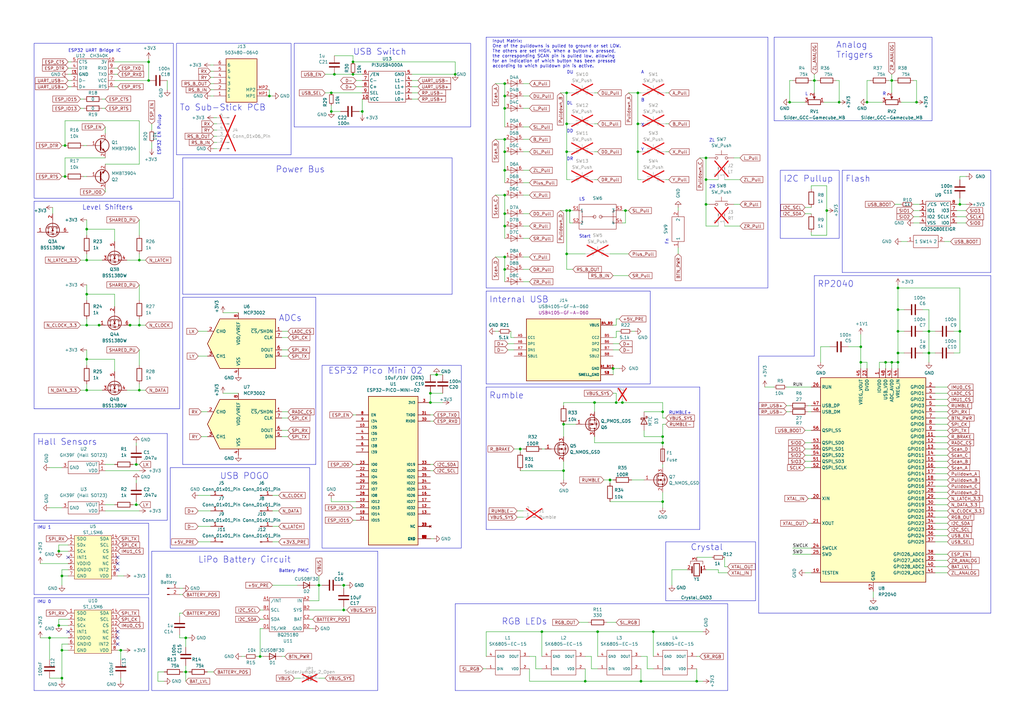
<source format=kicad_sch>
(kicad_sch (version 20230121) (generator eeschema)
  (paper "A3")
  (junction (at 289.56 83.82))
  (junction (at 255.27 165.1))
  (junction (at 233.68 86.36))
  (junction (at 232.41 50.8))
  (junction (at 35.56 160.02))
  (junction (at 110.49 39.37))
  (junction (at 368.3 144.78))
  (junction (at 140.97 240.03))
  (junction (at 35.56 120.65))
  (junction (at 365.76 33.02))
  (junction (at 245.11 259.08))
  (junction (at 368.3 118.11))
  (junction (at 355.6 41.91))
  (junction (at 207.01 110.49))
  (junction (at 35.56 106.68))
  (junction (at 250.19 196.85))
  (junction (at 130.81 240.03))
  (junction (at 231.14 193.04))
  (junction (at -102.87 99.06))
  (junction (at 251.46 151.13))
  (junction (at 35.56 93.98))
  (junction (at 144.78 25.4))
  (junction (at 271.78 205.74))
  (junction (at 368.3 127))
  (junction (at 207.01 87.63))
  (junction (at 365.76 148.59))
  (junction (at -29.21 99.06))
  (junction (at 207.01 69.85))
  (junction (at 213.36 184.15))
  (junction (at 24.13 226.06))
  (junction (at 232.41 104.14))
  (junction (at 57.15 106.68))
  (junction (at 323.85 41.91))
  (junction (at 381 135.89))
  (junction (at 393.7 83.82))
  (junction (at -91.44 99.06))
  (junction (at 53.34 133.35))
  (junction (at 24.13 256.54))
  (junction (at 60.96 25.4))
  (junction (at 207.01 92.71))
  (junction (at 25.4 266.7))
  (junction (at 207.01 39.37))
  (junction (at 368.3 135.89))
  (junction (at 60.96 33.02))
  (junction (at 179.07 153.67))
  (junction (at 76.2 275.59))
  (junction (at 186.69 30.48))
  (junction (at 176.53 161.29))
  (junction (at 240.03 279.4))
  (junction (at 25.4 278.13))
  (junction (at 26.67 59.69))
  (junction (at 289.56 73.66))
  (junction (at 144.78 30.48))
  (junction (at -102.87 119.38))
  (junction (at 271.78 179.07))
  (junction (at -44.45 99.06))
  (junction (at 207.01 80.01))
  (junction (at 207.01 62.23))
  (junction (at 252.73 165.1))
  (junction (at 363.22 148.59))
  (junction (at -85.09 104.14))
  (junction (at 135.89 45.72))
  (junction (at 26.67 72.39))
  (junction (at 207.01 34.29))
  (junction (at 55.88 207.01))
  (junction (at -123.19 104.14))
  (junction (at 368.3 148.59))
  (junction (at -38.1 111.76))
  (junction (at 106.68 269.24))
  (junction (at 289.56 64.77))
  (junction (at 207.01 57.15))
  (junction (at 40.64 133.35))
  (junction (at 232.41 62.23))
  (junction (at -91.44 119.38))
  (junction (at 148.59 45.72))
  (junction (at 232.41 86.36))
  (junction (at 353.06 142.24))
  (junction (at 267.97 259.08))
  (junction (at 222.25 259.08))
  (junction (at 135.89 38.1))
  (junction (at 35.56 133.35))
  (junction (at 57.15 160.02))
  (junction (at 339.09 86.36))
  (junction (at -91.44 106.68))
  (junction (at 381 144.78))
  (junction (at -38.1 99.06))
  (junction (at 49.53 266.7))
  (junction (at 261.62 50.8))
  (junction (at 262.89 279.4))
  (junction (at 285.75 279.4))
  (junction (at 76.2 261.62))
  (junction (at 25.4 236.22))
  (junction (at 140.97 250.19))
  (junction (at 375.92 41.91))
  (junction (at 231.14 173.99))
  (junction (at 55.88 190.5))
  (junction (at 353.06 148.59))
  (junction (at 271.78 168.91))
  (junction (at 232.41 38.1))
  (junction (at 334.01 33.02))
  (junction (at 20.32 261.62))
  (junction (at 256.54 86.36))
  (junction (at 35.56 147.32))
  (junction (at 57.15 133.35))
  (junction (at 271.78 181.61))
  (junction (at -44.45 111.76))
  (junction (at 137.16 30.48))
  (junction (at 207.01 44.45))
  (junction (at -85.09 106.68))
  (junction (at 344.17 41.91))
  (junction (at 393.7 135.89))
  (junction (at 207.01 105.41))
  (junction (at 261.62 62.23))
  (junction (at 176.53 165.1))
  (junction (at 243.84 165.1))
  (junction (at 261.62 38.1))
  (no_connect (at 27.94 259.08))
  (no_connect (at 48.26 259.08))
  (no_connect (at 27.94 228.6))
  (no_connect (at 48.26 233.68))
  (no_connect (at 48.26 228.6))
  (no_connect (at 48.26 261.62))
  (no_connect (at 48.26 231.14))
  (no_connect (at 48.26 264.16))
  (wire (pts (xy 86.36 36.83) (xy 87.63 36.83)))
  (wire (pts (xy 368.3 144.78) (xy 370.84 144.78)))
  (wire (pts (xy 87.63 58.42) (xy 88.9 58.42)))
  (wire (pts (xy 130.81 240.03) (xy 130.81 246.38)))
  (wire (pts (xy 259.08 135.89) (xy 260.35 135.89)))
  (wire (pts (xy 41.91 106.68) (xy 35.56 106.68)))
  (wire (pts (xy 330.2 87.63) (xy 332.74 87.63)))
  (wire (pts (xy 294.64 233.68) (xy 294.64 234.95)))
  (wire (pts (xy 33.02 106.68) (xy 35.56 106.68)))
  (wire (pts (xy 383.54 186.69) (xy 388.62 186.69)))
  (wire (pts (xy 207.01 69.85) (xy 207.01 62.23)))
  (wire (pts (xy 294.64 234.95) (xy 298.45 234.95)))
  (wire (pts (xy 383.54 217.17) (xy 388.62 217.17)))
  (wire (pts (xy 46.99 93.98) (xy 35.56 93.98)))
  (wire (pts (xy 214.63 212.09) (xy 212.09 212.09)))
  (wire (pts (xy 271.78 168.91) (xy 271.78 171.45)))
  (wire (pts (xy -102.87 119.38) (xy -91.44 119.38)))
  (wire (pts (xy 142.24 240.03) (xy 140.97 240.03)))
  (wire (pts (xy 57.15 90.17) (xy 57.15 96.52)))
  (wire (pts (xy 57.15 160.02) (xy 57.15 157.48)))
  (wire (pts (xy 130.81 240.03) (xy 132.08 240.03)))
  (wire (pts (xy 271.78 179.07) (xy 271.78 173.99)))
  (wire (pts (xy 214.63 57.15) (xy 217.17 57.15)))
  (wire (pts (xy 393.7 72.39) (xy 393.7 73.66)))
  (wire (pts (xy 363.22 148.59) (xy 363.22 151.13)))
  (wire (pts (xy 43.18 52.07) (xy 43.18 54.61)))
  (wire (pts (xy 378.46 127) (xy 381 127)))
  (wire (pts (xy 111.76 240.03) (xy 121.92 240.03)))
  (wire (pts (xy -85.09 106.68) (xy -85.09 104.14)))
  (wire (pts (xy 261.62 38.1) (xy 262.89 38.1)))
  (wire (pts (xy 257.81 38.1) (xy 261.62 38.1)))
  (wire (pts (xy 383.54 212.09) (xy 388.62 212.09)))
  (wire (pts (xy 383.54 161.29) (xy 388.62 161.29)))
  (wire (pts (xy 275.59 233.68) (xy 275.59 240.03)))
  (wire (pts (xy 214.63 97.79) (xy 217.17 97.79)))
  (wire (pts (xy 40.64 133.35) (xy 35.56 133.35)))
  (wire (pts (xy 48.26 266.7) (xy 49.53 266.7)))
  (wire (pts (xy 207.01 105.41) (xy 207.01 110.49)))
  (wire (pts (xy 383.54 166.37) (xy 388.62 166.37)))
  (wire (pts (xy 207.01 52.07) (xy 207.01 44.45)))
  (wire (pts (xy 86.36 29.21) (xy 87.63 29.21)))
  (wire (pts (xy 232.41 104.14) (xy 232.41 86.36)))
  (polyline (pts (xy 406.4 111.76) (xy 345.44 111.76)))
  (polyline (pts (xy 68.58 177.8) (xy 13.97 177.8)))
  (wire (pts (xy 271.78 179.07) (xy 271.78 181.61)))
  (wire (pts (xy 86.36 34.29) (xy 87.63 34.29)))
  (wire (pts (xy 383.54 168.91) (xy 388.62 168.91)))
  (wire (pts (xy 387.35 99.06) (xy 389.89 99.06)))
  (wire (pts (xy 232.41 110.49) (xy 234.95 110.49)))
  (wire (pts (xy 57.15 133.35) (xy 59.69 133.35)))
  (wire (pts (xy 24.13 254) (xy 24.13 256.54)))
  (wire (pts (xy 214.63 69.85) (xy 217.17 69.85)))
  (wire (pts (xy 374.65 83.82) (xy 377.19 83.82)))
  (wire (pts (xy 340.36 142.24) (xy 336.55 142.24)))
  (wire (pts (xy 383.54 176.53) (xy 388.62 176.53)))
  (wire (pts (xy 199.39 269.24) (xy 199.39 259.08)))
  (polyline (pts (xy 60.96 245.11) (xy 60.96 283.21)))
  (wire (pts (xy 106.68 269.24) (xy 105.41 269.24)))
  (wire (pts (xy 127 257.81) (xy 128.27 257.81)))
  (wire (pts (xy 76.2 265.43) (xy 76.2 261.62)))
  (wire (pts (xy 106.68 250.19) (xy 107.95 250.19)))
  (wire (pts (xy 68.58 36.83) (xy 68.58 33.02)))
  (wire (pts (xy 289.56 92.71) (xy 294.64 92.71)))
  (wire (pts (xy 347.98 142.24) (xy 353.06 142.24)))
  (wire (pts (xy -91.44 119.38) (xy -81.28 119.38)))
  (wire (pts (xy 130.81 278.13) (xy 133.35 278.13)))
  (wire (pts (xy 363.22 148.59) (xy 365.76 148.59)))
  (polyline (pts (xy 74.93 121.92) (xy 129.54 121.92)))
  (wire (pts (xy 250.19 104.14) (xy 257.81 104.14)))
  (wire (pts (xy -62.23 85.09) (xy -50.8 85.09)))
  (wire (pts (xy 297.18 228.6) (xy 297.18 232.41)))
  (wire (pts (xy 27.94 30.48) (xy 29.21 30.48)))
  (wire (pts (xy 207.01 97.79) (xy 207.01 92.71)))
  (wire (pts (xy 300.99 64.77) (xy 303.53 64.77)))
  (wire (pts (xy 86.36 31.75) (xy 87.63 31.75)))
  (wire (pts (xy -135.89 104.14) (xy -133.35 104.14)))
  (wire (pts (xy 130.81 236.22) (xy 130.81 240.03)))
  (wire (pts (xy 144.78 190.5) (xy 146.05 190.5)))
  (wire (pts (xy 365.76 33.02) (xy 367.03 33.02)))
  (wire (pts (xy 87.63 48.26) (xy 88.9 48.26)))
  (wire (pts (xy 289.56 83.82) (xy 290.83 83.82)))
  (wire (pts (xy 273.05 73.66) (xy 274.32 73.66)))
  (wire (pts (xy 365.76 148.59) (xy 368.3 148.59)))
  (wire (pts (xy 208.28 140.97) (xy 210.82 140.97)))
  (wire (pts (xy 297.18 232.41) (xy 298.45 232.41)))
  (wire (pts (xy 334.01 33.02) (xy 335.28 33.02)))
  (wire (pts (xy 243.84 73.66) (xy 245.11 73.66)))
  (wire (pts (xy -90.17 137.16) (xy -90.17 139.7)))
  (wire (pts (xy 214.63 105.41) (xy 217.17 105.41)))
  (wire (pts (xy 383.54 219.71) (xy 388.62 219.71)))
  (wire (pts (xy 25.4 233.68) (xy 27.94 233.68)))
  (wire (pts (xy 176.53 170.18) (xy 177.8 170.18)))
  (wire (pts (xy 49.53 278.13) (xy 49.53 279.4)))
  (wire (pts (xy 383.54 222.25) (xy 388.62 222.25)))
  (polyline (pts (xy 298.45 247.65) (xy 298.45 283.21)))
  (wire (pts (xy 106.68 254) (xy 107.95 254)))
  (wire (pts (xy 62.23 50.8) (xy 62.23 53.34)))
  (wire (pts (xy 393.7 135.89) (xy 393.7 144.78)))
  (wire (pts (xy -50.8 111.76) (xy -44.45 111.76)))
  (wire (pts (xy -123.19 113.03) (xy -123.19 114.3)))
  (wire (pts (xy 232.41 62.23) (xy 232.41 50.8)))
  (wire (pts (xy 76.2 261.62) (xy 77.47 261.62)))
  (wire (pts (xy 81.28 222.25) (xy 86.36 222.25)))
  (wire (pts (xy 207.01 39.37) (xy 207.01 34.29)))
  (polyline (pts (xy 60.96 283.21) (xy 13.97 283.21)))
  (polyline (pts (xy 311.15 146.05) (xy 334.01 146.05)))
  (wire (pts (xy 107.95 257.81) (xy 106.68 257.81)))
  (wire (pts (xy 91.44 128.27) (xy 97.79 128.27)))
  (polyline (pts (xy 185.42 64.77) (xy 185.42 120.65)))
  (wire (pts (xy 135.89 45.72) (xy 139.7 45.72)))
  (wire (pts (xy 57.15 133.35) (xy 57.15 130.81)))
  (wire (pts (xy 87.63 50.8) (xy 88.9 50.8)))
  (wire (pts (xy 232.41 86.36) (xy 229.87 86.36)))
  (polyline (pts (xy 13.97 245.11) (xy 13.97 283.21)))
  (wire (pts (xy 176.53 172.72) (xy 177.8 172.72)))
  (wire (pts (xy 330.2 191.77) (xy 332.74 191.77)))
  (wire (pts (xy 217.17 279.4) (xy 217.17 274.32)))
  (wire (pts (xy 369.57 41.91) (xy 375.92 41.91)))
  (wire (pts (xy 334.01 33.02) (xy 332.74 33.02)))
  (wire (pts (xy 375.92 41.91) (xy 375.92 33.02)))
  (wire (pts (xy 289.56 64.77) (xy 290.83 64.77)))
  (wire (pts (xy 231.14 193.04) (xy 231.14 196.85)))
  (wire (pts (xy 86.36 26.67) (xy 87.63 26.67)))
  (wire (pts (xy 323.85 33.02) (xy 325.12 33.02)))
  (wire (pts (xy 186.69 25.4) (xy 186.69 30.48)))
  (wire (pts (xy 20.32 270.51) (xy 20.32 261.62)))
  (wire (pts (xy 247.65 196.85) (xy 250.19 196.85)))
  (wire (pts (xy 344.17 33.02) (xy 342.9 33.02)))
  (wire (pts (xy 52.07 106.68) (xy 57.15 106.68)))
  (wire (pts (xy 73.66 241.3) (xy 74.93 241.3)))
  (wire (pts (xy 255.27 165.1) (xy 252.73 165.1)))
  (wire (pts (xy 24.13 256.54) (xy 27.94 256.54)))
  (wire (pts (xy 252.73 161.29) (xy 251.46 161.29)))
  (wire (pts (xy -102.87 120.65) (xy -102.87 119.38)))
  (wire (pts (xy 87.63 60.96) (xy 88.9 60.96)))
  (wire (pts (xy 392.43 86.36) (xy 396.24 86.36)))
  (wire (pts (xy 25.4 236.22) (xy 27.94 236.22)))
  (wire (pts (xy 285.75 228.6) (xy 292.1 228.6)))
  (wire (pts (xy 82.55 168.91) (xy 85.09 168.91)))
  (wire (pts (xy 392.43 91.44) (xy 396.24 91.44)))
  (wire (pts (xy 35.56 93.98) (xy 35.56 96.52)))
  (wire (pts (xy 332.74 77.47) (xy 332.74 76.2)))
  (polyline (pts (xy 406.4 113.03) (xy 334.01 113.03)))
  (wire (pts (xy 261.62 62.23) (xy 261.62 73.66)))
  (wire (pts (xy 237.49 255.27) (xy 241.3 255.27)))
  (wire (pts (xy 53.34 133.35) (xy 57.15 133.35)))
  (wire (pts (xy 271.78 190.5) (xy 271.78 191.77)))
  (wire (pts (xy 67.31 279.4) (xy 64.77 279.4)))
  (wire (pts (xy 278.13 104.14) (xy 278.13 101.6)))
  (wire (pts (xy 54.61 207.01) (xy 55.88 207.01)))
  (wire (pts (xy 35.56 143.51) (xy 35.56 147.32)))
  (wire (pts (xy 297.18 73.66) (xy 303.53 73.66)))
  (wire (pts (xy 368.3 116.84) (xy 368.3 118.11)))
  (wire (pts (xy 231.14 189.23) (xy 231.14 193.04)))
  (wire (pts (xy 133.35 30.48) (xy 137.16 30.48)))
  (wire (pts (xy 381 135.89) (xy 381 144.78)))
  (wire (pts (xy 27.94 25.4) (xy 29.21 25.4)))
  (wire (pts (xy 81.28 146.05) (xy 85.09 146.05)))
  (wire (pts (xy 25.4 264.16) (xy 25.4 266.7)))
  (polyline (pts (xy 60.96 243.84) (xy 13.97 243.84)))
  (wire (pts (xy 176.53 165.1) (xy 181.61 165.1)))
  (wire (pts (xy 57.15 143.51) (xy 57.15 149.86)))
  (wire (pts (xy 41.91 40.64) (xy 43.18 40.64)))
  (wire (pts (xy 120.65 278.13) (xy 123.19 278.13)))
  (wire (pts (xy 392.43 88.9) (xy 396.24 88.9)))
  (wire (pts (xy 261.62 62.23) (xy 262.89 62.23)))
  (wire (pts (xy 383.54 191.77) (xy 388.62 191.77)))
  (wire (pts (xy 383.54 232.41) (xy 388.62 232.41)))
  (wire (pts (xy 214.63 52.07) (xy 217.17 52.07)))
  (wire (pts (xy 383.54 158.75) (xy 388.62 158.75)))
  (wire (pts (xy 393.7 118.11) (xy 393.7 135.89)))
  (polyline (pts (xy 273.05 222.25) (xy 273.05 246.38)))
  (wire (pts (xy 48.26 236.22) (xy 50.8 236.22)))
  (wire (pts (xy 57.15 67.31) (xy 57.15 49.53)))
  (wire (pts (xy 115.57 146.05) (xy 118.11 146.05)))
  (wire (pts (xy 330.2 234.95) (xy 332.74 234.95)))
  (wire (pts (xy 330.2 189.23) (xy 332.74 189.23)))
  (wire (pts (xy 242.57 269.24) (xy 242.57 274.32)))
  (wire (pts (xy 25.4 266.7) (xy 27.94 266.7)))
  (wire (pts (xy 322.58 158.75) (xy 332.74 158.75)))
  (wire (pts (xy 55.88 190.5) (xy 57.15 190.5)))
  (wire (pts (xy 353.06 137.16) (xy 353.06 142.24)))
  (wire (pts (xy 243.84 62.23) (xy 245.11 62.23)))
  (wire (pts (xy 332.74 224.79) (xy 325.12 224.79)))
  (wire (pts (xy 267.97 259.08) (xy 288.29 259.08)))
  (wire (pts (xy 368.3 144.78) (xy 368.3 148.59)))
  (wire (pts (xy 383.54 209.55) (xy 388.62 209.55)))
  (wire (pts (xy -29.21 99.06) (xy -25.4 99.06)))
  (wire (pts (xy 368.3 135.89) (xy 368.3 144.78)))
  (wire (pts (xy 21.59 85.09) (xy 21.59 87.63)))
  (wire (pts (xy 20.32 208.28) (xy 25.4 208.28)))
  (wire (pts (xy 231.14 173.99) (xy 231.14 179.07)))
  (wire (pts (xy 360.68 148.59) (xy 363.22 148.59)))
  (wire (pts (xy 271.78 181.61) (xy 271.78 182.88)))
  (wire (pts (xy 41.91 160.02) (xy 35.56 160.02)))
  (wire (pts (xy 76.2 275.59) (xy 74.93 275.59)))
  (wire (pts (xy 43.18 190.5) (xy 46.99 190.5)))
  (wire (pts (xy 334.01 30.48) (xy 334.01 33.02)))
  (wire (pts (xy 353.06 142.24) (xy 353.06 148.59)))
  (wire (pts (xy 214.63 39.37) (xy 217.17 39.37)))
  (wire (pts (xy 365.76 33.02) (xy 364.49 33.02)))
  (wire (pts (xy 273.05 62.23) (xy 274.32 62.23)))
  (wire (pts (xy 383.54 189.23) (xy 388.62 189.23)))
  (wire (pts (xy 176.53 153.67) (xy 179.07 153.67)))
  (wire (pts (xy 252.73 135.89) (xy 254 135.89)))
  (wire (pts (xy 332.74 95.25) (xy 332.74 96.52)))
  (wire (pts (xy 49.53 266.7) (xy 50.8 266.7)))
  (wire (pts (xy 64.77 279.4) (xy 64.77 275.59)))
  (polyline (pts (xy 199.39 184.15) (xy 199.39 217.17)))
  (wire (pts (xy 203.2 135.89) (xy 204.47 135.89)))
  (wire (pts (xy -102.87 99.06) (xy -91.44 99.06)))
  (wire (pts (xy 73.66 251.46) (xy 73.66 252.73)))
  (wire (pts (xy -91.44 99.06) (xy -81.28 99.06)))
  (wire (pts (xy -38.1 99.06) (xy -38.1 100.33)))
  (wire (pts (xy 297.18 92.71) (xy 303.53 92.71)))
  (wire (pts (xy 344.17 41.91) (xy 337.82 41.91)))
  (wire (pts (xy 271.78 205.74) (xy 271.78 208.28)))
  (wire (pts (xy 275.59 233.68) (xy 281.94 233.68)))
  (wire (pts (xy 374.65 86.36) (xy 377.19 86.36)))
  (wire (pts (xy 43.18 67.31) (xy 57.15 67.31)))
  (wire (pts (xy 207.01 74.93) (xy 207.01 69.85)))
  (wire (pts (xy 46.99 152.4) (xy 46.99 147.32)))
  (wire (pts (xy 43.18 207.01) (xy 46.99 207.01)))
  (wire (pts (xy 146.05 35.56) (xy 148.59 35.56)))
  (wire (pts (xy 33.02 133.35) (xy 35.56 133.35)))
  (wire (pts (xy 234.95 91.44) (xy 233.68 91.44)))
  (wire (pts (xy 383.54 227.33) (xy 388.62 227.33)))
  (wire (pts (xy 24.13 223.52) (xy 24.13 226.06)))
  (wire (pts (xy 393.7 144.78) (xy 391.16 144.78)))
  (wire (pts (xy 115.57 171.45) (xy 118.11 171.45)))
  (wire (pts (xy 383.54 184.15) (xy 388.62 184.15)))
  (wire (pts (xy 64.77 275.59) (xy 67.31 275.59)))
  (wire (pts (xy 365.76 30.48) (xy 365.76 33.02)))
  (wire (pts (xy 330.2 184.15) (xy 332.74 184.15)))
  (wire (pts (xy 213.36 184.15) (xy 214.63 184.15)))
  (wire (pts (xy 355.6 33.02) (xy 356.87 33.02)))
  (wire (pts (xy 368.3 135.89) (xy 370.84 135.89)))
  (wire (pts (xy 252.73 138.43) (xy 251.46 138.43)))
  (wire (pts (xy 285.75 279.4) (xy 285.75 274.32)))
  (wire (pts (xy 261.62 38.1) (xy 261.62 50.8)))
  (wire (pts (xy 339.09 76.2) (xy 339.09 86.36)))
  (wire (pts (xy 267.97 259.08) (xy 267.97 269.24)))
  (wire (pts (xy 127 254) (xy 128.27 254)))
  (wire (pts (xy 57.15 106.68) (xy 59.69 106.68)))
  (wire (pts (xy 110.49 39.37) (xy 111.76 39.37)))
  (wire (pts (xy 73.66 261.62) (xy 76.2 261.62)))
  (wire (pts (xy 300.99 83.82) (xy 303.53 83.82)))
  (wire (pts (xy 81.28 209.55) (xy 86.36 209.55)))
  (wire (pts (xy 339.09 96.52) (xy 339.09 86.36)))
  (wire (pts (xy 127 246.38) (xy 130.81 246.38)))
  (wire (pts (xy 233.68 91.44) (xy 233.68 86.36)))
  (wire (pts (xy 208.28 143.51) (xy 210.82 143.51)))
  (polyline (pts (xy 406.4 69.85) (xy 406.4 111.76)))
  (wire (pts (xy 86.36 39.37) (xy 87.63 39.37)))
  (wire (pts (xy -91.44 106.68) (xy -91.44 111.76)))
  (wire (pts (xy 259.08 196.85) (xy 264.16 196.85)))
  (wire (pts (xy 81.28 203.2) (xy 86.36 203.2)))
  (wire (pts (xy 250.19 205.74) (xy 271.78 205.74)))
  (wire (pts (xy 365.76 148.59) (xy 365.76 151.13)))
  (wire (pts (xy 271.78 171.45) (xy 273.05 171.45)))
  (wire (pts (xy 25.4 279.4) (xy 25.4 278.13)))
  (wire (pts (xy 360.68 151.13) (xy 360.68 148.59)))
  (wire (pts (xy 27.94 223.52) (xy 24.13 223.52)))
  (polyline (pts (xy 13.97 82.55) (xy 13.97 167.64)))
  (wire (pts (xy 393.7 81.28) (xy 393.7 83.82)))
  (wire (pts (xy 106.68 269.24) (xy 107.95 269.24)))
  (wire (pts (xy 25.4 59.69) (xy 26.67 59.69)))
  (wire (pts (xy 35.56 90.17) (xy 35.56 93.98)))
  (wire (pts (xy 207.01 34.29) (xy 203.2 34.29)))
  (wire (pts (xy 214.63 62.23) (xy 217.17 62.23)))
  (wire (pts (xy -125.73 104.14) (xy -123.19 104.14)))
  (wire (pts (xy 243.84 165.1) (xy 231.14 165.1)))
  (wire (pts (xy 76.2 279.4) (xy 76.2 275.59)))
  (polyline (pts (xy 13.97 214.63) (xy 13.97 243.84)))
  (wire (pts (xy 330.2 85.09) (xy 332.74 85.09)))
  (wire (pts (xy 168.91 35.56) (xy 171.45 35.56)))
  (wire (pts (xy 99.06 269.24) (xy 100.33 269.24)))
  (wire (pts (xy 176.53 220.98) (xy 177.8 220.98)))
  (polyline (pts (xy 129.54 121.92) (xy 129.54 190.5)))
  (wire (pts (xy 135.89 43.18) (xy 135.89 45.72)))
  (wire (pts (xy 232.41 73.66) (xy 232.41 62.23)))
  (wire (pts (xy 207.01 87.63) (xy 207.01 80.01)))
  (wire (pts (xy 43.18 209.55) (xy 57.15 209.55)))
  (wire (pts (xy 245.11 259.08) (xy 267.97 259.08)))
  (polyline (pts (xy 73.66 82.55) (xy 73.66 167.64)))
  (wire (pts (xy 111.76 209.55) (xy 114.3 209.55)))
  (wire (pts (xy 251.46 113.03) (xy 257.81 113.03)))
  (wire (pts (xy 368.3 118.11) (xy 368.3 127)))
  (wire (pts (xy 358.14 242.57) (xy 358.14 245.11)))
  (wire (pts (xy 240.03 279.4) (xy 240.03 274.32)))
  (wire (pts (xy 285.75 279.4) (xy 262.89 279.4)))
  (wire (pts (xy -81.28 106.68) (xy -85.09 106.68)))
  (wire (pts (xy 393.7 72.39) (xy 396.24 72.39)))
  (wire (pts (xy -38.1 99.06) (xy -29.21 99.06)))
  (wire (pts (xy 16.51 231.14) (xy 27.94 231.14)))
  (wire (pts (xy 271.78 168.91) (xy 271.78 165.1)))
  (wire (pts (xy -105.41 99.06) (xy -102.87 99.06)))
  (wire (pts (xy -102.87 100.33) (xy -102.87 99.06)))
  (wire (pts (xy 46.99 30.48) (xy 48.26 30.48)))
  (wire (pts (xy 383.54 207.01) (xy 388.62 207.01)))
  (wire (pts (xy 27.94 33.02) (xy 29.21 33.02)))
  (wire (pts (xy 35.56 120.65) (xy 35.56 123.19)))
  (wire (pts (xy 35.56 133.35) (xy 35.56 130.81)))
  (wire (pts (xy 323.85 168.91) (xy 322.58 168.91)))
  (wire (pts (xy 33.02 44.45) (xy 34.29 44.45)))
  (wire (pts (xy 368.3 127) (xy 368.3 135.89)))
  (wire (pts (xy 332.74 96.52) (xy 339.09 96.52)))
  (polyline (pts (xy 129.54 190.5) (xy 74.93 190.5)))
  (wire (pts (xy 332.74 166.37) (xy 331.47 166.37)))
  (wire (pts (xy -50.8 99.06) (xy -44.45 99.06)))
  (wire (pts (xy 332.74 168.91) (xy 331.47 168.91)))
  (polyline (pts (xy 185.42 120.65) (xy 74.93 120.65)))
  (wire (pts (xy 251.46 140.97) (xy 254 140.97)))
  (wire (pts (xy 73.66 243.84) (xy 74.93 243.84)))
  (wire (pts (xy 261.62 50.8) (xy 261.62 62.23)))
  (polyline (pts (xy 74.93 64.77) (xy 185.42 64.77)))
  (wire (pts (xy -44.45 104.14) (xy -44.45 99.06)))
  (wire (pts (xy 381 127) (xy 381 135.89)))
  (wire (pts (xy 26.67 49.53) (xy 26.67 59.69)))
  (wire (pts (xy 46.99 147.32) (xy 35.56 147.32)))
  (wire (pts (xy 353.06 148.59) (xy 355.6 148.59)))
  (polyline (pts (xy 74.93 77.47) (xy 74.93 64.77)))
  (wire (pts (xy 264.16 179.07) (xy 264.16 176.53)))
  (wire (pts (xy 245.11 259.08) (xy 245.11 269.24)))
  (wire (pts (xy 46.99 27.94) (xy 48.26 27.94)))
  (wire (pts (xy 20.32 191.77) (xy 25.4 191.77)))
  (wire (pts (xy 383.54 179.07) (xy 388.62 179.07)))
  (wire (pts (xy 111.76 203.2) (xy 114.3 203.2)))
  (wire (pts (xy 148.59 45.72) (xy 148.59 46.99)))
  (wire (pts (xy 55.88 198.12) (xy 55.88 196.85)))
  (wire (pts (xy 52.07 160.02) (xy 57.15 160.02)))
  (wire (pts (xy 383.54 201.93) (xy 388.62 201.93)))
  (polyline (pts (xy 273.05 222.25) (xy 309.88 222.25)))
  (wire (pts (xy -50.8 104.14) (xy -44.45 104.14)))
  (wire (pts (xy 34.29 72.39) (xy 35.56 72.39)))
  (wire (pts (xy 55.88 181.61) (xy 55.88 182.88)))
  (wire (pts (xy 26.67 64.77) (xy 43.18 64.77)))
  (wire (pts (xy 231.14 173.99) (xy 236.22 173.99)))
  (wire (pts (xy 383.54 199.39) (xy 388.62 199.39)))
  (wire (pts (xy 140.97 248.92) (xy 140.97 250.19)))
  (wire (pts (xy 383.54 234.95) (xy 388.62 234.95)))
  (wire (pts (xy 289.56 64.77) (xy 287.02 64.77)))
  (wire (pts (xy 111.76 222.25) (xy 114.3 222.25)))
  (wire (pts (xy 332.74 76.2) (xy 339.09 76.2)))
  (wire (pts (xy -81.28 85.09) (xy -69.85 85.09)))
  (wire (pts (xy 289.56 83.82) (xy 289.56 73.66)))
  (polyline (pts (xy 13.97 245.11) (xy 60.96 245.11)))
  (wire (pts (xy 135.89 38.1) (xy 148.59 38.1)))
  (wire (pts (xy 146.05 33.02) (xy 148.59 33.02)))
  (wire (pts (xy 232.41 86.36) (xy 233.68 86.36)))
  (wire (pts (xy 144.78 30.48) (xy 148.59 30.48)))
  (wire (pts (xy -81.28 93.98) (xy -81.28 85.09)))
  (wire (pts (xy 168.91 33.02) (xy 171.45 33.02)))
  (wire (pts (xy 330.2 186.69) (xy 332.74 186.69)))
  (wire (pts (xy 57.15 116.84) (xy 57.15 123.19)))
  (wire (pts (xy 383.54 181.61) (xy 388.62 181.61)))
  (wire (pts (xy 52.07 133.35) (xy 53.34 133.35)))
  (wire (pts (xy 198.12 274.32) (xy 199.39 274.32)))
  (wire (pts (xy -102.87 107.95) (xy -102.87 119.38)))
  (wire (pts (xy 383.54 204.47) (xy 388.62 204.47)))
  (wire (pts (xy 392.43 83.82) (xy 393.7 83.82)))
  (wire (pts (xy 232.41 104.14) (xy 240.03 104.14)))
  (wire (pts (xy 251.46 143.51) (xy 254 143.51)))
  (wire (pts (xy -123.19 104.14) (xy -123.19 105.41)))
  (wire (pts (xy 233.68 86.36) (xy 234.95 86.36)))
  (polyline (pts (xy 68.58 213.36) (xy 68.58 177.8)))
  (wire (pts (xy 81.28 215.9) (xy 86.36 215.9)))
  (wire (pts (xy 289.56 233.68) (xy 294.64 233.68)))
  (wire (pts (xy 144.78 208.28) (xy 146.05 208.28)))
  (wire (pts (xy 106.68 257.81) (xy 106.68 269.24)))
  (polyline (pts (xy 199.39 184.15) (xy 199.39 158.75)))
  (wire (pts (xy 222.25 259.08) (xy 245.11 259.08)))
  (wire (pts (xy 139.7 240.03) (xy 140.97 240.03)))
  (wire (pts (xy 252.73 130.81) (xy 254 130.81)))
  (wire (pts (xy 176.53 161.29) (xy 181.61 161.29)))
  (wire (pts (xy 144.78 22.86) (xy 144.78 25.4)))
  (wire (pts (xy -25.4 99.06) (xy -25.4 100.33)))
  (wire (pts (xy 383.54 214.63) (xy 388.62 214.63)))
  (wire (pts (xy 87.63 55.88) (xy 88.9 55.88)))
  (wire (pts (xy 262.89 279.4) (xy 240.03 279.4)))
  (wire (pts (xy 46.99 25.4) (xy 60.96 25.4)))
  (wire (pts (xy 252.73 161.29) (xy 252.73 165.1)))
  (wire (pts (xy 137.16 22.86) (xy 144.78 22.86)))
  (wire (pts (xy 289.56 73.66) (xy 294.64 73.66)))
  (polyline (pts (xy 73.66 167.64) (xy 13.97 167.64)))
  (wire (pts (xy 168.91 30.48) (xy 186.69 30.48)))
  (wire (pts (xy 271.78 179.07) (xy 264.16 179.07)))
  (wire (pts (xy 207.01 57.15) (xy 203.2 57.15)))
  (wire (pts (xy 214.63 110.49) (xy 217.17 110.49)))
  (wire (pts (xy 243.84 168.91) (xy 243.84 165.1)))
  (wire (pts (xy 255.27 91.44) (xy 256.54 91.44)))
  (wire (pts (xy -90.17 127) (xy -90.17 129.54)))
  (wire (pts (xy 25.4 233.68) (xy 25.4 236.22)))
  (wire (pts (xy 209.55 135.89) (xy 209.55 138.43)))
  (wire (pts (xy 251.46 151.13) (xy 254 151.13)))
  (wire (pts (xy 49.53 266.7) (xy 49.53 270.51)))
  (wire (pts (xy -50.8 107.95) (xy -44.45 107.95)))
  (wire (pts (xy 240.03 269.24) (xy 242.57 269.24)))
  (wire (pts (xy 232.41 110.49) (xy 232.41 104.14)))
  (wire (pts (xy 353.06 148.59) (xy 353.06 151.13)))
  (wire (pts (xy 367.03 83.82) (xy 369.57 83.82)))
  (wire (pts (xy 25.4 264.16) (xy 27.94 264.16)))
  (wire (pts (xy 232.41 38.1) (xy 233.68 38.1)))
  (wire (pts (xy 146.05 205.74) (xy 135.89 205.74)))
  (wire (pts (xy 207.01 80.01) (xy 203.2 80.01)))
  (wire (pts (xy 115.57 179.07) (xy 118.11 179.07)))
  (wire (pts (xy 232.41 50.8) (xy 232.41 38.1)))
  (wire (pts (xy 262.89 269.24) (xy 265.43 269.24)))
  (wire (pts (xy 24.13 226.06) (xy 27.94 226.06)))
  (wire (pts (xy 344.17 33.02) (xy 344.17 41.91)))
  (wire (pts (xy 255.27 86.36) (xy 256.54 86.36)))
  (wire (pts (xy 214.63 92.71) (xy 217.17 92.71)))
  (wire (pts (xy 381 135.89) (xy 383.54 135.89)))
  (wire (pts (xy 27.94 27.94) (xy 29.21 27.94)))
  (wire (pts (xy 285.75 269.24) (xy 287.02 269.24)))
  (wire (pts (xy 381 144.78) (xy 381 148.59)))
  (wire (pts (xy -81.28 104.14) (xy -85.09 104.14)))
  (polyline (pts (xy 309.88 246.38) (xy 273.05 246.38)))
  (wire (pts (xy 25.4 236.22) (xy 25.4 240.03)))
  (wire (pts (xy 383.54 196.85) (xy 388.62 196.85)))
  (wire (pts (xy 81.28 135.89) (xy 85.09 135.89)))
  (wire (pts (xy 289.56 73.66) (xy 289.56 64.77)))
  (wire (pts (xy 87.63 53.34) (xy 88.9 53.34)))
  (wire (pts (xy 383.54 171.45) (xy 388.62 171.45)))
  (polyline (pts (xy 13.97 177.8) (xy 13.97 213.36)))
  (wire (pts (xy 288.29 279.4) (xy 285.75 279.4)))
  (wire (pts (xy 331.47 204.47) (xy 332.74 204.47)))
  (wire (pts (xy 16.51 261.62) (xy 20.32 261.62)))
  (wire (pts (xy -81.28 101.6) (xy -85.09 101.6)))
  (polyline (pts (xy 334.01 113.03) (xy 334.01 146.05)))
  (wire (pts (xy 252.73 135.89) (xy 252.73 138.43)))
  (wire (pts (xy 55.88 205.74) (xy 55.88 207.01)))
  (wire (pts (xy 115.57 168.91) (xy 118.11 168.91)))
  (wire (pts (xy 33.02 160.02) (xy 35.56 160.02)))
  (wire (pts (xy 332.74 227.33) (xy 325.12 227.33)))
  (wire (pts (xy 330.2 181.61) (xy 332.74 181.61)))
  (polyline (pts (xy 311.15 251.46) (xy 406.4 251.46)))
  (wire (pts (xy 222.25 184.15) (xy 223.52 184.15)))
  (wire (pts (xy 278.13 86.36) (xy 278.13 85.09)))
  (wire (pts (xy -44.45 111.76) (xy -38.1 111.76)))
  (wire (pts (xy 323.85 166.37) (xy 322.58 166.37)))
  (wire (pts (xy 140.97 240.03) (xy 140.97 241.3)))
  (polyline (pts (xy 345.44 69.85) (xy 406.4 69.85)))
  (wire (pts (xy 383.54 229.87) (xy 388.62 229.87)))
  (wire (pts (xy 370.84 127) (xy 368.3 127)))
  (wire (pts (xy 271.78 181.61) (xy 243.84 181.61)))
  (polyline (pts (xy 287.02 158.75) (xy 287.02 217.17)))
  (wire (pts (xy 217.17 269.24) (xy 219.71 269.24)))
  (wire (pts (xy 148.59 40.64) (xy 148.59 45.72)))
  (wire (pts (xy 378.46 135.89) (xy 381 135.89)))
  (polyline (pts (xy 309.88 222.25) (xy 309.88 246.38)))
  (polyline (pts (xy 311.15 146.05) (xy 311.15 251.46)))
  (wire (pts (xy 242.57 274.32) (xy 245.11 274.32)))
  (wire (pts (xy -81.28 119.38) (xy -81.28 111.76)))
  (wire (pts (xy 135.89 205.74) (xy 135.89 204.47)))
  (wire (pts (xy 20.32 261.62) (xy 27.94 261.62)))
  (wire (pts (xy 214.63 115.57) (xy 217.17 115.57)))
  (wire (pts (xy 265.43 274.32) (xy 267.97 274.32)))
  (wire (pts (xy -44.45 107.95) (xy -44.45 111.76)))
  (wire (pts (xy 207.01 44.45) (xy 207.01 39.37)))
  (wire (pts (xy 214.63 74.93) (xy 217.17 74.93)))
  (wire (pts (xy -91.44 106.68) (xy -85.09 106.68)))
  (wire (pts (xy 213.36 184.15) (xy 213.36 185.42)))
  (wire (pts (xy 20.32 278.13) (xy 25.4 278.13)))
  (wire (pts (xy 213.36 193.04) (xy 231.14 193.04)))
  (wire (pts (xy 375.92 33.02) (xy 374.65 33.02)))
  (wire (pts (xy 46.99 125.73) (xy 46.99 120.65)))
  (polyline (pts (xy 13.97 213.36) (xy 68.58 213.36)))
  (wire (pts (xy 231.14 165.1) (xy 231.14 166.37)))
  (wire (pts (xy 250.19 196.85) (xy 250.19 198.12)))
  (wire (pts (xy 214.63 209.55) (xy 212.09 209.55)))
  (wire (pts (xy 271.78 165.1) (xy 255.27 165.1)))
  (wire (pts (xy 391.16 135.89) (xy 393.7 135.89)))
  (wire (pts (xy 43.18 193.04) (xy 57.15 193.04)))
  (wire (pts (xy 115.57 269.24) (xy 116.84 269.24)))
  (wire (pts (xy 243.84 165.1) (xy 252.73 165.1)))
  (wire (pts (xy 168.91 38.1) (xy 171.45 38.1)))
  (polyline (pts (xy 74.93 121.92) (xy 74.93 190.5)))
  (polyline (pts (xy 13.97 214.63) (xy 60.96 214.63)))
  (wire (pts (xy -44.45 99.06) (xy -38.1 99.06)))
  (wire (pts (xy 273.05 50.8) (xy 274.32 50.8)))
  (wire (pts (xy 210.82 184.15) (xy 213.36 184.15)))
  (wire (pts (xy 129.54 240.03) (xy 130.81 240.03)))
  (wire (pts (xy 243.84 50.8) (xy 245.11 50.8)))
  (wire (pts (xy 46.99 35.56) (xy 48.26 35.56)))
  (wire (pts (xy 76.2 273.05) (xy 76.2 275.59)))
  (wire (pts (xy 232.41 62.23) (xy 233.68 62.23)))
  (wire (pts (xy 265.43 269.24) (xy 265.43 274.32)))
  (wire (pts (xy -38.1 107.95) (xy -38.1 111.76)))
  (wire (pts (xy 332.74 214.63) (xy 331.47 214.63)))
  (wire (pts (xy 57.15 49.53) (xy 26.67 49.53)))
  (wire (pts (xy 27.94 254) (xy 24.13 254)))
  (wire (pts (xy 374.65 91.44) (xy 377.19 91.44)))
  (wire (pts (xy 35.56 147.32) (xy 35.56 149.86)))
  (wire (pts (xy 393.7 83.82) (xy 396.24 83.82)))
  (wire (pts (xy 252.73 130.81) (xy 252.73 133.35)))
  (wire (pts (xy 219.71 269.24) (xy 219.71 274.32)))
  (wire (pts (xy 273.05 38.1) (xy 274.32 38.1)))
  (wire (pts (xy 35.56 116.84) (xy 35.56 120.65)))
  (wire (pts (xy 330.2 176.53) (xy 332.74 176.53)))
  (wire (pts (xy 271.78 173.99) (xy 273.05 173.99)))
  (wire (pts (xy -123.19 102.87) (xy -123.19 104.14)))
  (wire (pts (xy 214.63 34.29) (xy 217.17 34.29)))
  (wire (pts (xy 232.41 50.8) (xy 233.68 50.8)))
  (wire (pts (xy 209.55 138.43) (xy 210.82 138.43)))
  (wire (pts (xy 144.78 213.36) (xy 146.05 213.36)))
  (wire (pts (xy 289.56 92.71) (xy 289.56 83.82)))
  (polyline (pts (xy 345.44 69.85) (xy 345.44 111.76)))
  (wire (pts (xy 43.18 77.47) (xy 43.18 78.74)))
  (wire (pts (xy 207.01 62.23) (xy 207.01 57.15)))
  (wire (pts (xy 46.99 99.06) (xy 46.99 93.98)))
  (wire (pts (xy 369.57 99.06) (xy 372.11 99.06)))
  (wire (pts (xy 55.88 207.01) (xy 57.15 207.01)))
  (wire (pts (xy 110.49 36.83) (xy 110.49 39.37)))
  (wire (pts (xy 115.57 135.89) (xy 118.11 135.89)))
  (wire (pts (xy 91.44 161.29) (xy 97.79 161.29)))
  (wire (pts (xy 323.85 41.91) (xy 323.85 33.02)))
  (polyline (pts (xy 287.02 217.17) (xy 199.39 217.17)))
  (wire (pts (xy 361.95 41.91) (xy 355.6 41.91)))
  (wire (pts (xy 60.96 24.13) (xy 60.96 25.4)))
  (wire (pts (xy 214.63 44.45) (xy 217.17 44.45)))
  (wire (pts (xy 222.25 259.08) (xy 222.25 269.24)))
  (wire (pts (xy 26.67 64.77) (xy 26.67 72.39)))
  (wire (pts (xy 147.32 45.72) (xy 148.59 45.72)))
  (wire (pts (xy 243.84 179.07) (xy 243.84 181.61)))
  (wire (pts (xy 168.91 40.64) (xy 171.45 40.64)))
  (wire (pts (xy 381 144.78) (xy 383.54 144.78)))
  (wire (pts (xy 271.78 201.93) (xy 271.78 205.74)))
  (wire (pts (xy 355.6 148.59) (xy 355.6 151.13)))
  (polyline (pts (xy 199.39 158.75) (xy 287.02 158.75)))
  (wire (pts (xy 25.4 266.7) (xy 25.4 278.13)))
  (wire (pts (xy 393.7 118.11) (xy 368.3 118.11)))
  (wire (pts (xy 25.4 72.39) (xy 26.67 72.39)))
  (wire (pts (xy 176.53 193.04) (xy 177.8 193.04)))
  (wire (pts (xy 219.71 274.32) (xy 222.25 274.32)))
  (polyline (pts (xy 186.69 247.65) (xy 298.45 247.65)))
  (wire (pts (xy -123.19 92.71) (xy -123.19 95.25)))
  (wire (pts (xy 250.19 196.85) (xy 251.46 196.85)))
  (wire (pts (xy 355.6 41.91) (xy 355.6 33.02)))
  (wire (pts (xy 33.02 40.64) (xy 34.29 40.64)))
  (wire (pts (xy -50.8 85.09) (xy -50.8 93.98)))
  (wire (pts (xy 144.78 25.4) (xy 186.69 25.4)))
  (wire (pts (xy 368.3 148.59) (xy 368.3 151.13)))
  (wire (pts (xy 62.23 58.42) (xy 62.23 60.96)))
  (polyline (pts (xy 60.96 214.63) (xy 60.96 243.84)))
  (wire (pts (xy 127 250.19) (xy 140.97 250.19)))
  (wire (pts (xy 383.54 173.99) (xy 388.62 173.99)))
  (wire (pts (xy 207.01 92.71) (xy 207.01 87.63)))
  (wire (pts (xy 232.41 38.1) (xy 229.87 38.1)))
  (wire (pts (xy 115.57 143.51) (xy 118.11 143.51)))
  (wire (pts (xy 111.76 215.9) (xy 114.3 215.9)))
  (wire (pts (xy 383.54 194.31) (xy 388.62 194.31)))
  (polyline (pts (xy 298.45 283.21) (xy 186.69 283.21)))
  (wire (pts (xy 381 144.78) (xy 378.46 144.78)))
  (wire (pts (xy 73.66 260.35) (xy 73.66 261.62)))
  (wire (pts (xy 46.99 33.02) (xy 60.96 33.02)))
  (wire (pts (xy 383.54 163.83) (xy 388.62 163.83)))
  (wire (pts (xy 262.89 279.4) (xy 262.89 274.32)))
  (wire (pts (xy 313.69 158.75) (xy 317.5 158.75)))
  (polyline (pts (xy 13.97 82.55) (xy 73.66 82.55)))
  (wire (pts (xy 60.96 33.02) (xy 60.96 25.4)))
  (wire (pts (xy 140.97 250.19) (xy 142.24 250.19)))
  (wire (pts (xy 256.54 86.36) (xy 257.81 86.36)))
  (wire (pts (xy 34.29 59.69) (xy 35.56 59.69)))
  (wire (pts (xy 330.2 41.91) (xy 323.85 41.91)))
  (wire (pts (xy 214.63 80.01) (xy 217.17 80.01)))
  (wire (pts (xy 374.65 88.9) (xy 377.19 88.9)))
  (wire (pts (xy 179.07 153.67) (xy 181.61 153.67)))
  (wire (pts (xy 54.61 190.5) (xy 55.88 190.5)))
  (wire (pts (xy 35.56 160.02) (xy 35.56 157.48)))
  (wire (pts (xy 115.57 176.53) (xy 118.11 176.53)))
  (wire (pts (xy 232.41 73.66) (xy 233.68 73.66)))
  (wire (pts (xy 248.92 255.27) (xy 252.73 255.27)))
  (polyline (pts (xy 406.4 251.46) (xy 406.4 113.03)))
  (wire (pts (xy 261.62 50.8) (xy 262.89 50.8)))
  (wire (pts (xy 27.94 35.56) (xy 29.21 35.56)))
  (wire (pts (xy 73.66 251.46) (xy 74.93 251.46)))
  (wire (pts (xy 203.2 105.41) (xy 207.01 105.41)))
  (wire (pts (xy 336.55 142.24) (xy 336.55 148.59)))
  (wire (pts (xy 251.46 151.13) (xy 251.46 153.67)))
  (wire (pts (xy 256.54 91.44) (xy 256.54 86.36)))
  (wire (pts (xy 115.57 138.43) (xy 118.11 138.43)))
  (wire (pts (xy 57.15 160.02) (xy 59.69 160.02)))
  (wire (pts (xy 252.73 133.35) (xy 251.46 133.35)))
  (polyline (pts (xy 186.69 247.65) (xy 186.69 283.21)))
  (wire (pts (xy 176.53 161.29) (xy 176.53 165.1)))
  (wire (pts (xy 137.16 30.48) (xy 144.78 30.48)))
  (wire (pts (xy 214.63 87.63) (xy 217.17 87.63)))
  (wire (pts (xy 76.2 275.59) (xy 77.47 275.59)))
  (wire (pts (xy 144.78 170.18) (xy 146.05 170.18)))
  (wire (pts (xy 35.56 106.68) (xy 35.56 104.14)))
  (wire (pts (xy 57.15 106.68) (xy 57.15 104.14)))
  (wire (pts (xy 264.16 168.91) (xy 271.78 168.91)))
  (wire (pts (xy 176.53 190.5) (xy 177.8 190.5)))
  (wire (pts (xy -85.09 104.14) (xy -85.09 101.6)))
  (wire (pts (xy 41.91 133.35) (xy 40.64 133.35)))
  (wire (pts (xy 207.01 110.49) (xy 207.01 115.57)))
  (wire (pts (xy 85.09 275.59) (xy 87.63 275.59)))
  (wire (pts (xy 46.99 120.65) (xy 35.56 120.65)))
  (wire (pts (xy 334.01 38.1) (xy 334.01 33.02)))
  (wire (pts (xy 199.39 259.08) (xy 222.25 259.08)))
  (wire (pts (xy 133.35 38.1) (xy 135.89 38.1)))
  (wire (pts (xy 243.84 38.1) (xy 245.11 38.1)))
  (wire (pts (xy 261.62 73.66) (xy 262.89 73.66)))
  (wire (pts (xy 240.03 279.4) (xy 217.17 279.4)))
  (polyline (pts (xy 74.93 77.47) (xy 74.93 120.65)))
  (wire (pts (xy 365.76 38.1) (xy 365.76 33.02)))
  (wire (pts (xy 41.91 44.45) (xy 43.18 44.45)))
  (wire (pts (xy 82.55 179.07) (xy 85.09 179.07)))
  (rectangle (start 120.65 17.78) (end 193.04 52.07))
  (rectangle (start 320.04 69.85) (end 344.17 97.79))
  (rectangle (start 69.85 191.77) (end 127 224.79))
  (rectangle (start 199.39 15.24) (end 314.96 118.11))
  (rectangle (start 132.08 149.86) (end 189.23 224.79))
  (rectangle (start 62.23 226.06) (end 154.94 283.21))
  (rectangle (start 317.5 15.24) (end 382.27 49.53))
  (rectangle (start 13.97 17.78) (end 71.12 81.28))
  (rectangle (start 72.39 17.78) (end 119.38 63.5))
  (rectangle (start 199.39 119.38) (end 266.7 157.48))
  (text "DU" (at 232.41 30.48 0) (effects (font (size 1.27 1.27)) (justify left bottom)))
  (text "To Sub-Stick PCB" (at 73.66 45.72 0) (effects (font (size 2.54 2.54)) (justify left bottom)))
  (text "DL" (at 232.41 43.18 0) (effects (font (size 1.27 1.27)) (justify left bottom)))
  (text "A" (at 262.89 30.48 0) (effects (font (size 1.27 1.27)) (justify left bottom)))
  (text "ZR" (at 290.83 77.47 0) (effects (font (size 1.27 1.27)) (justify left bottom)))
  (text "Start" (at 237.49 97.79 0) (effects (font (size 1.27 1.27)) (justify left bottom)))
  (text "RP2040" (at 335.28 118.11 0) (effects (font (size 2.54 2.54)) (justify left bottom)))
  (text "RGB LEDs" (at 205.74 256.54 0) (effects (font (size 2.54 2.54)) (justify left bottom)))
  (text "LiPo Battery Circuit" (at 81.28 231.14 0) (effects (font (size 2.54 2.54)) (justify left bottom)))
  (text "Y" (at 262.89 62.23 0) (effects (font (size 1.27 1.27)) (justify left bottom)))
  (text "ESP32 EN Pullup" (at 66.04 46.99 90) (effects (font (size 1.27 1.27)) (justify right bottom)))
  (text "DR" (at 232.41 66.04 0) (effects (font (size 1.27 1.27)) (justify left bottom)))
  (text "I2C Pullup\n" (at 321.31 74.93 0) (effects (font (size 2.54 2.54)) (justify left bottom)))
  (text "Fn" (at 274.32 100.33 90) (effects (font (size 1.27 1.27)) (justify left bottom)))
  (text "Rumble" (at 200.66 163.83 0) (effects (font (size 2.54 2.54)) (justify left bottom)))
  (text "USB Switch" (at 144.78 22.86 0) (effects (font (size 2.54 2.54)) (justify left bottom)))
  (text "L" (at 330.2 39.37 0) (effects (font (size 1.27 1.27)) (justify left bottom)))
  (text "ADCs" (at 114.3 132.08 0) (effects (font (size 2.54 2.54)) (justify left bottom)))
  (text "Hall Sensors" (at 15.24 182.88 0) (effects (font (size 2.54 2.54)) (justify left bottom)))
  (text "USB POGO" (at 90.17 196.85 0) (effects (font (size 2.54 2.54)) (justify left bottom)))
  (text "Flash" (at 346.71 74.93 0) (effects (font (size 2.54 2.54)) (justify left bottom)))
  (text "B" (at 262.89 41.91 0) (effects (font (size 1.27 1.27)) (justify left bottom)))
  (text "ESP32 Pico Mini 02" (at 134.62 153.67 0) (effects (font (size 2.54 2.54)) (justify left bottom)))
  (text "DD" (at 232.41 54.61 0) (effects (font (size 1.27 1.27)) (justify left bottom)))
  (text "RUMBLE+" (at 274.32 170.18 0) (effects (font (size 1.27 1.27)) (justify left bottom)))
  (text "ESP32 UART Bridge IC" (at 27.94 21.59 0) (effects (font (size 1.27 1.27)) (justify left bottom)))
  (text "Analog\nTriggers" (at 342.9 24.13 0) (effects (font (size 2.54 2.54)) (justify left bottom)))
  (text "IMU 0" (at 15.24 247.65 0) (effects (font (size 1.27 1.27)) (justify left bottom)))
  (text "X" (at 262.89 52.07 0) (effects (font (size 1.27 1.27)) (justify left bottom)))
  (text "Internal USB" (at 200.66 124.46 0) (effects (font (size 2.54 2.54)) (justify left bottom)))
  (text "Crystal" (at 283.21 226.06 0) (effects (font (size 2.54 2.54)) (justify left bottom)))
  (text "Power Bus" (at 113.03 71.12 0) (effects (font (size 2.54 2.54)) (justify left bottom)))
  (text "IMU 1" (at 15.24 217.17 0) (effects (font (size 1.27 1.27)) (justify left bottom)))
  (text "R" (at 361.95 39.37 0) (effects (font (size 1.27 1.27)) (justify left bottom)))
  (text "Input Matrix:\nOne of the pulldowns is pulled to ground or set LOW. \nThe others are set HIGH. When a button is pressed, \nthe corresponding SCAN pin is pulled low, allowing \nfor an indication of which button has been pressed\naccording to which pulldown pin is active." (at 201.93 27.94 0) (effects (font (size 1.27 1.27)) (justify left bottom)))
  (text "Battery PMIC" (at 114.3 234.95 0) (effects (font (size 1.27 1.27)) (justify left bottom)))
  (text "ZL" (at 290.83 58.42 0) (effects (font (size 1.27 1.27)) (justify left bottom)))
  (text "Level Shifters\n" (at 54.61 86.36 0) (effects (font (size 2.0066 2.0066)) (justify right bottom)))
  (text "LS" (at 237.49 82.55 0) (effects (font (size 1.27 1.27)) (justify left bottom)))
  (label "RUN" (at 325.12 158.75 0))
  (label "SWD" (at 325.12 227.33 0))
  (label "SWCLK" (at 325.12 224.79 0))
  (global_label "IMU1_CS" (shape input) (at 388.62 163.83 0) (property "Intersheetrefs" "${INTERSHEET_REFS}" (effects hide)))
  (global_label "I2C_SCL" (shape input) (at 388.62 217.17 0) (property "Intersheetrefs" "${INTERSHEET_REFS}" (effects hide)))
  (global_label "Scan_B" (shape input) (at 388.62 189.23 0) (property "Intersheetrefs" "${INTERSHEET_REFS}" (effects hide)))
  (global_label "VBUS" (shape input) (at 120.65 278.13 180) (property "Intersheetrefs" "${INTERSHEET_REFS}" (effects hide)))
  (global_label "VBUS_SYS" (shape input) (at 251.46 161.29 180) (property "Intersheetrefs" "${INTERSHEET_REFS}" (effects hide)))
  (global_label "USB_BOOT" (shape input) (at 330.2 176.53 180) (property "Intersheetrefs" "${INTERSHEET_REFS}" (effects hide)))
  (global_label "Scan_C" (shape input) (at 388.62 186.69 0) (property "Intersheetrefs" "${INTERSHEET_REFS}" (effects hide)))
  (global_label "SIO0" (shape input) (at 396.24 91.44 0) (property "Intersheetrefs" "${INTERSHEET_REFS}" (effects hide)))
  (global_label "B_Pull" (shape input) (at 217.17 57.15 0) (property "Intersheetrefs" "${INTERSHEET_REFS}" (effects hide)))
  (global_label "SPI_TX" (shape input) (at 48.26 251.46 0) (property "Intersheetrefs" "${INTERSHEET_REFS}" (effects hide)))
  (global_label "ESP_EN" (shape input) (at 388.62 227.33 0) (property "Intersheetrefs" "${INTERSHEET_REFS}" (effects hide)))
  (global_label "D-" (shape bidirectional) (at 146.05 33.02 180) (property "Intersheetrefs" "${INTERSHEET_REFS}" (effects hide)))
  (global_label "ESP_RTS" (shape input) (at 48.26 35.56 0) (property "Intersheetrefs" "${INTERSHEET_REFS}" (effects hide)))
  (global_label "DU_Pull" (shape input) (at 245.11 38.1 0) (property "Intersheetrefs" "${INTERSHEET_REFS}" (effects hide)))
  (global_label "L_Pull" (shape input) (at 303.53 64.77 0) (property "Intersheetrefs" "${INTERSHEET_REFS}" (effects hide)))
  (global_label "XTAL_OUT" (shape input) (at 331.47 214.63 180) (property "Intersheetrefs" "${INTERSHEET_REFS}" (effects hide)))
  (global_label "ESP_IO0" (shape input) (at 144.78 190.5 180) (property "Intersheetrefs" "${INTERSHEET_REFS}" (effects hide)))
  (global_label "SPI_CK" (shape input) (at 388.62 173.99 0) (property "Intersheetrefs" "${INTERSHEET_REFS}" (effects hide)))
  (global_label "SCLK" (shape input) (at 330.2 191.77 180) (property "Intersheetrefs" "${INTERSHEET_REFS}" (effects hide)))
  (global_label "RADC_CS" (shape input) (at 388.62 181.61 0) (property "Intersheetrefs" "${INTERSHEET_REFS}" (effects hide)))
  (global_label "I2C_SCL" (shape input) (at 106.68 250.19 180) (property "Intersheetrefs" "${INTERSHEET_REFS}" (effects hide)))
  (global_label "+3V3_PRE" (shape input) (at -123.19 92.71 90) (property "Intersheetrefs" "${INTERSHEET_REFS}" (effects hide)))
  (global_label "D+" (shape input) (at 81.28 209.55 180) (property "Intersheetrefs" "${INTERSHEET_REFS}" (effects hide)))
  (global_label "ZL_ANALOG" (shape input) (at 334.01 30.48 90) (property "Intersheetrefs" "${INTERSHEET_REFS}" (effects hide)))
  (global_label "SIO3" (shape input) (at 396.24 86.36 0) (property "Intersheetrefs" "${INTERSHEET_REFS}" (effects hide)))
  (global_label "Scan_A" (shape input) (at 203.2 34.29 270) (property "Intersheetrefs" "${INTERSHEET_REFS}" (effects hide)))
  (global_label "DR_Pull" (shape input) (at 245.11 73.66 0) (property "Intersheetrefs" "${INTERSHEET_REFS}" (effects hide)))
  (global_label "Scan_B" (shape input) (at 203.2 57.15 270) (property "Intersheetrefs" "${INTERSHEET_REFS}" (effects hide)))
  (global_label "ESP_EN" (shape input) (at 62.23 50.8 90) (property "Intersheetrefs" "${INTERSHEET_REFS}" (effects hide)))
  (global_label "VBUS_SYS" (shape input) (at 212.09 212.09 180) (property "Intersheetrefs" "${INTERSHEET_REFS}" (effects hide)))
  (global_label "BAT_LVL" (shape input) (at 388.62 232.41 0) (property "Intersheetrefs" "${INTERSHEET_REFS}" (effects hide)))
  (global_label "RY" (shape input) (at 86.36 31.75 180) (property "Intersheetrefs" "${INTERSHEET_REFS}" (effects hide)))
  (global_label "SPI_CK" (shape input) (at 118.11 171.45 0) (property "Intersheetrefs" "${INTERSHEET_REFS}" (effects hide)))
  (global_label "DU_Pull" (shape input) (at 217.17 39.37 0) (property "Intersheetrefs" "${INTERSHEET_REFS}" (effects hide)))
  (global_label "Y_Pull" (shape input) (at 217.17 105.41 0) (property "Intersheetrefs" "${INTERSHEET_REFS}" (effects hide)))
  (global_label "SIO2" (shape input) (at 374.65 88.9 180) (property "Intersheetrefs" "${INTERSHEET_REFS}" (effects hide)))
  (global_label "SPI_RX" (shape input) (at 118.11 176.53 0) (property "Intersheetrefs" "${INTERSHEET_REFS}" (effects hide)))
  (global_label "LADC_CS" (shape input) (at 388.62 161.29 0) (property "Intersheetrefs" "${INTERSHEET_REFS}" (effects hide)))
  (global_label "SCLK" (shape input) (at 396.24 88.9 0) (property "Intersheetrefs" "${INTERSHEET_REFS}" (effects hide)))
  (global_label "SR_RGB" (shape input) (at 287.02 269.24 0) (property "Intersheetrefs" "${INTERSHEET_REFS}" (effects hide)))
  (global_label "Pulldown_C" (shape input) (at 287.02 64.77 270) (property "Intersheetrefs" "${INTERSHEET_REFS}" (effects hide)))
  (global_label "RP_USB-" (shape input) (at 171.45 38.1 0) (property "Intersheetrefs" "${INTERSHEET_REFS}" (effects hide)))
  (global_label "Scan_D" (shape input) (at 388.62 184.15 0) (property "Intersheetrefs" "${INTERSHEET_REFS}" (effects hide)))
  (global_label "Plus_Pull" (shape input) (at 217.17 74.93 0) (property "Intersheetrefs" "${INTERSHEET_REFS}" (effects hide)))
  (global_label "N_DATA_3.3" (shape input) (at 388.62 207.01 0) (property "Intersheetrefs" "${INTERSHEET_REFS}" (effects hide)))
  (global_label "RY" (shape input) (at 87.63 53.34 180) (property "Intersheetrefs" "${INTERSHEET_REFS}" (effects hide)))
  (global_label "ZL_Pull" (shape input) (at 303.53 73.66 0) (property "Intersheetrefs" "${INTERSHEET_REFS}" (effects hide)))
  (global_label "ESP_IO0" (shape input) (at 43.18 78.74 180) (property "Intersheetrefs" "${INTERSHEET_REFS}" (effects hide)))
  (global_label "RADC_CS" (shape input) (at 118.11 168.91 0) (property "Intersheetrefs" "${INTERSHEET_REFS}" (effects hide)))
  (global_label "SIO0" (shape input) (at 330.2 181.61 180) (property "Intersheetrefs" "${INTERSHEET_REFS}" (effects hide)))
  (global_label "RUMBLE" (shape input) (at 388.62 166.37 0) (property "Intersheetrefs" "${INTERSHEET_REFS}" (effects hide)))
  (global_label "SPI_TX" (shape input) (at 118.11 179.07 0) (property "Intersheetrefs" "${INTERSHEET_REFS}" (effects hide)))
  (global_label "ESP_DTR" (shape input) (at 25.4 59.69 180) (property "Intersheetrefs" "${INTERSHEET_REFS}" (effects hide)))
  (global_label "UART_USB+" (shape input) (at 27.94 35.56 180) (property "Intersheetrefs" "${INTERSHEET_REFS}" (effects hide)))
  (global_label "Pulldown_C" (shape input) (at 388.62 199.39 0) (property "Intersheetrefs" "${INTERSHEET_REFS}" (effects hide)))
  (global_label "RP_USB-" (shape input) (at 322.58 168.91 180) (property "Intersheetrefs" "${INTERSHEET_REFS}" (effects hide)))
  (global_label "DL_Pull" (shape input) (at 217.17 62.23 0) (property "Intersheetrefs" "${INTERSHEET_REFS}" (effects hide)))
  (global_label "USB_EN" (shape input) (at 133.35 30.48 180) (property "Intersheetrefs" "${INTERSHEET_REFS}" (effects hide)))
  (global_label "N_DATA" (shape input) (at 114.3 209.55 0) (property "Intersheetrefs" "${INTERSHEET_REFS}" (effects hide)))
  (global_label "N_DATA_3.3" (shape input) (at 33.02 160.02 180) (property "Intersheetrefs" "${INTERSHEET_REFS}" (effects hide)))
  (global_label "Scan_C" (shape input) (at 203.2 80.01 270) (property "Intersheetrefs" "${INTERSHEET_REFS}" (effects hide)))
  (global_label "LY" (shape input) (at 81.28 146.05 180) (property "Intersheetrefs" "${INTERSHEET_REFS}" (effects hide)))
  (global_label "VBUS_SYS" (shape input) (at 133.35 278.13 0) (property "Intersheetrefs" "${INTERSHEET_REFS}" (effects hide)))
  (global_label "USB_BOOT" (shape input) (at 367.03 83.82 180) (property "Intersheetrefs" "${INTERSHEET_REFS}" (effects hide)))
  (global_label "N_CLOCK" (shape input) (at 114.3 203.2 0) (property "Intersheetrefs" "${INTERSHEET_REFS}" (effects hide)))
  (global_label "ESP_EN" (shape input) (at 144.78 170.18 180) (property "Intersheetrefs" "${INTERSHEET_REFS}" (effects hide)))
  (global_label "SL_Pull" (shape input) (at 257.81 86.36 0) (property "Intersheetrefs" "${INTERSHEET_REFS}" (effects hide)))
  (global_label "BATTERY_POS" (shape input) (at 74.93 251.46 0) (property "Intersheetrefs" "${INTERSHEET_REFS}" (effects hide)))
  (global_label "DL_Pull" (shape input) (at 245.11 50.8 0) (property "Intersheetrefs" "${INTERSHEET_REFS}" (effects hide)))
  (global_label "Pulldown_A" (shape input) (at 257.81 38.1 270) (property "Intersheetrefs" "${INTERSHEET_REFS}" (effects hide)))
  (global_label "N_LATCH_3.3" (shape input) (at 33.02 106.68 180) (property "Intersheetrefs" "${INTERSHEET_REFS}" (effects hide)))
  (global_label "N_LATCH" (shape input) (at 114.3 215.9 0) (property "Intersheetrefs" "${INTERSHEET_REFS}" (effects hide)))
  (global_label "XTAL_IN" (shape input) (at 298.45 234.95 0) (property "Intersheetrefs" "${INTERSHEET_REFS}" (effects hide)))
  (global_label "N_LATCH_3.3" (shape input) (at 388.62 204.47 0) (property "Intersheetrefs" "${INTERSHEET_REFS}" (effects hide)))
  (global_label "RP_USB+" (shape input) (at 171.45 40.64 0) (property "Intersheetrefs" "${INTERSHEET_REFS}" (effects hide)))
  (global_label "RY" (shape input) (at 82.55 179.07 180) (property "Intersheetrefs" "${INTERSHEET_REFS}" (effects hide)))
  (global_label "VBUS_SYS" (shape input) (at 142.24 250.19 0) (property "Intersheetrefs" "${INTERSHEET_REFS}" (effects hide)))
  (global_label "I2C_SCL" (shape input) (at 330.2 85.09 180) (property "Intersheetrefs" "${INTERSHEET_REFS}" (effects hide)))
  (global_label "R_BRAKE" (shape input) (at 210.82 184.15 180) (property "Intersheetrefs" "${INTERSHEET_REFS}" (effects hide)))
  (global_label "DD_Pull" (shape input) (at 217.17 87.63 0) (property "Intersheetrefs" "${INTERSHEET_REFS}" (effects hide)))
  (global_label "Pulldown_A" (shape input) (at 388.62 194.31 0) (property "Intersheetrefs" "${INTERSHEET_REFS}" (effects hide)))
  (global_label "SIO2" (shape input) (at 330.2 186.69 180) (property "Intersheetrefs" "${INTERSHEET_REFS}" (effects hide)))
  (global_label "RGB_OUT" (shape input) (at 237.49 255.27 180) (property "Intersheetrefs" "${INTERSHEET_REFS}" (effects hide)))
  (global_label "Scan_A" (shape input) (at 388.62 191.77 0) (property "Intersheetrefs" "${INTERSHEET_REFS}" (effects hide)))
  (global_label "SHARED_PU" (shape input) (at 57.15 143.51 180) (property "Intersheetrefs" "${INTERSHEET_REFS}" (effects hide)))
  (global_label "LY" (shape input) (at 57.15 207.01 0) (property "Intersheetrefs" "${INTERSHEET_REFS}" (effects hide)))
  (global_label "SL_RGB" (shape input) (at 198.12 274.32 180) (property "Intersheetrefs" "${INTERSHEET_REFS}" (effects hide)))
  (global_label "Pulldown_B" (shape input) (at 388.62 196.85 0) (property "Intersheetrefs" "${INTERSHEET_REFS}" (effects hide)))
  (global_label "SPI_RX" (shape input) (at 27.94 220.98 180) (property "Intersheetrefs" "${INTERSHEET_REFS}" (effects hide)))
  (global_label "USB_BOOT" (shape input) (at 389.89 99.06 0) (property "Intersheetrefs" "${INTERSHEET_REFS}" (effects hide)))
  (global_label "ESP_EN" (shape input) (at 43.18 52.07 180) (property "Intersheetrefs" "${INTERSHEET_REFS}" (effects hide)))
  (global_label "RX" (shape input) (at 87.63 50.8 180) (property "Intersheetrefs" "${INTERSHEET_REFS}" (effects hide)))
  (global_label "RUMBLE" (shape input) (at 247.65 196.85 180) (property "Intersheetrefs" "${INTERSHEET_REFS}" (effects hide)))
  (global_label "N_CLOCK" (shape input) (at 59.69 133.35 0) (property "Intersheetrefs" "${INTERSHEET_REFS}" (effects hide)))
  (global_label "SHARED_PU" (shape input) (at -90.17 127 0) (property "Intersheetrefs" "${INTERSHEET_REFS}" (effects hide)))
  (global_label "ESP_CTS" (shape input) (at 43.18 40.64 0) (property "Intersheetrefs" "${INTERSHEET_REFS}" (effects hide)))
  (global_label "A_Pull" (shape input) (at 274.32 38.1 0) (property "Intersheetrefs" "${INTERSHEET_REFS}" (effects hide)))
  (global_label "SIO1" (shape input) (at 330.2 184.15 180) (property "Intersheetrefs" "${INTERSHEET_REFS}" (effects hide)))
  (global_label "UART_USB-" (shape input) (at 27.94 33.02 180) (property "Intersheetrefs" "${INTERSHEET_REFS}" (effects hide)))
  (global_label "XTAL_IN" (shape input) (at 331.47 204.47 180) (property "Intersheetrefs" "${INTERSHEET_REFS}" (effects hide)))
  (global_label "IMU0_CS" (shape input) (at 388.62 158.75 0) (property "Intersheetrefs" "${INTERSHEET_REFS}" (effects hide)))
  (global_label "BTN_PWR" (shape input) (at 388.62 171.45 0) (property "Intersheetrefs" "${INTERSHEET_REFS}" (effects hide)))
  (global_label "LADC_CS" (shape input) (at 118.11 135.89 0) (property "Intersheetrefs" "${INTERSHEET_REFS}" (effects hide)))
  (global_label "N_CLOCK_3.3" (shape input) (at 33.02 133.35 180) (property "Intersheetrefs" "${INTERSHEET_REFS}" (effects hide)))
  (global_label "D-" (shape input) (at 208.28 143.51 180) (property "Intersheetrefs" "${INTERSHEET_REFS}" (effects hide)))
  (global_label "Pulldown_B" (shape input) (at 229.87 38.1 270) (property "Intersheetrefs" "${INTERSHEET_REFS}" (effects hide)))
  (global_label "SL_RGB" (shape input) (at 252.73 255.27 0) (property "Intersheetrefs" "${INTERSHEET_REFS}" (effects hide)))
  (global_label "X_Pull" (shape input) (at 217.17 80.01 0) (property "Intersheetrefs" "${INTERSHEET_REFS}" (effects hide)))
  (global_label "SHARED_PU" (shape input) (at 57.15 116.84 180) (property "Intersheetrefs" "${INTERSHEET_REFS}" (effects hide)))
  (global_label "Y_Pull" (shape input) (at 274.32 73.66 0) (property "Intersheetrefs" "${INTERSHEET_REFS}" (effects hide)))
  (global_label "ESP_RTS" (shape input) (at 25.4 72.39 180) (property "Intersheetrefs" "${INTERSHEET_REFS}" (effects hide)))
  (global_label "RS_B_IN" (shape input) (at 87.63 58.42 180) (property "Intersheetrefs" "${INTERSHEET_REFS}" (effects hide)))
  (global_label "D-" (shape input) (at 254 143.51 0) (property "Intersheetrefs" "${INTERSHEET_REFS}" (effects hide)))
  (global_label "RX" (shape input) (at 82.55 168.91 180) (property "Intersheetrefs" "${INTERSHEET_REFS}" (effects hide)))
  (global_label "SL_Pull" (shape input) (at 217.17 52.07 0) (property "Intersheetrefs" "${INTERSHEET_REFS}" (effects hide)))
  (global_label "SPI_TX" (shape input) (at 48.26 220.98 0) (property "Intersheetrefs" "${INTERSHEET_REFS}" (effects hide)))
  (global_label "R_Pull" (shape input) (at 303.53 83.82 0) (property "Intersheetrefs" "${INTERSHEET_REFS}" (effects hide)))
  (global_label "ZL_ANALOG" (shape input) (at 388.62 234.95 0) (property "Intersheetrefs" "${INTERSHEET_REFS}" (effects hide)))
  (global_label "IMU1_CS" (shape input) (at 48.26 226.06 0) (property "Intersheetrefs" "${INTERSHEET_REFS}" (effects hide)))
  (global_label "BTN_PWR" (shape input) (at 278.13 104.14 270) (property "Intersheetrefs" "${INTERSHEET_REFS}" (effects hide)))
  (global_label "ZR_ANALOG" (shape input) (at 388.62 229.87 0) (property "Intersheetrefs" "${INTERSHEET_REFS}" (effects hide)))
  (global_label "VBUS_SYS" (shape input) (at -105.41 99.06 180) (property "Intersheetrefs" "${INTERSHEET_REFS}" (effects hide)))
  (global_label "XTAL_OUT" (shape input) (at 298.45 232.41 0) (property "Intersheetrefs" "${INTERSHEET_REFS}" (effects hide)))
  (global_label "RUMBLE-" (shape input) (at 212.09 209.55 180) (property "Intersheetrefs" "${INTERSHEET_REFS}" (effects hide)))
  (global_label "USB_SEL" (shape input) (at 388.62 222.25 0) (property "Intersheetrefs" "${INTERSHEET_REFS}" (effects hide)))
  (global_label "RP_USB+" (shape input) (at 322.58 166.37 180) (property "Intersheetrefs" "${INTERSHEET_REFS}" (effects hide)))
  (global_label "RS_B_OUT" (shape input) (at 87.63 55.88 180) (property "Intersheetrefs" "${INTERSHEET_REFS}" (effects hide)))
  (global_label "B_Pull" (shape input) (at 274.32 50.8 0) (property "Intersheetrefs" "${INTERSHEET_REFS}" (effects hide)))
  (global_label "SIO1" (shape input) (at 374.65 86.36 180) (property "Intersheetrefs" "${INTERSHEET_REFS}" (effects hide)))
  (global_label "UART_USB+" (shape input) (at 171.45 35.56 0) (property "Intersheetrefs" "${INTERSHEET_REFS}" (effects hide)))
  (global_label "ESP_IO13" (shape input) (at 33.02 44.45 180) (property "Intersheetrefs" "${INTERSHEET_REFS}" (effects hide)))
  (global_label "IMU0_CS" (shape input) (at 48.26 256.54 0) (property "Intersheetrefs" "${INTERSHEET_REFS}" (effects hide)))
  (global_label "+5V_PRE" (shape input) (at 81.28 222.25 180) (property "Intersheetrefs" "${INTERSHEET_REFS}" (effects hide)))
  (global_label "Pulldown_D" (shape input) (at 388.62 201.93 0) (property "Intersheetrefs" "${INTERSHEET_REFS}" (effects hide)))
  (global_label "BATTERY_POS" (shape input) (at 74.93 243.84 0) (property "Intersheetrefs" "${INTERSHEET_REFS}" (effects hide)))
  (global_label "ESP_RX0" (shape input) (at 48.26 30.48 0) (property "Intersheetrefs" "${INTERSHEET_REFS}" (effects hide)))
  (global_label "RGB_OUT" (shape input) (at 388.62 212.09 0) (property "Intersheetrefs" "${INTERSHEET_REFS}" (effects hide)))
  (global_label "ESP_IO15" (shape input) (at 33.02 40.64 180) (property "Intersheetrefs" "${INTERSHEET_REFS}" (effects hide)))
  (global_label "ZR_ANALOG" (shape input) (at 365.76 30.48 90) (property "Intersheetrefs" "${INTERSHEET_REFS}" (effects hide)))
  (global_label "Scan_D" (shape input) (at 203.2 105.41 270) (property "Intersheetrefs" "${INTERSHEET_REFS}" (effects hide)))
  (global_label "SPI_TX" (shape input) (at 118.11 146.05 0) (property "Intersheetrefs" "${INTERSHEET_REFS}" (effects hide)))
  (global_label "X_Pull" (shape input) (at 274.32 62.23 0) (property "Intersheetrefs" "${INTERSHEET_REFS}" (effects hide)))
  (global_label "SPI_RX" (shape input) (at 118.11 143.51 0) (property "Intersheetrefs" "${INTERSHEET_REFS}" (effects hide)))
  (global_label "D+" (shape bidirectional) (at 146.05 35.56 180) (property "Intersheetrefs" "${INTERSHEET_REFS}" (effects hide)))
  (global_label "SR_Pull" (shape input) (at 257.81 113.03 0) (property "Intersheetrefs" "${INTERSHEET_REFS}" (effects hide)))
  (global_label "LX" (shape input) (at 81.28 135.89 180) (property "Intersheetrefs" "${INTERSHEET_REFS}" (effects hide)))
  (global_label "Pulldown_D" (shape input) (at 229.87 86.36 270) (property "Intersheetrefs" "${INTERSHEET_REFS}" (effects hide)))
  (global_label "ESP_TX0" (shape input) (at 48.26 27.94 0) (property "Intersheetrefs" "${INTERSHEET_REFS}" (effects hide)))
  (global_label "+3V3_PRE" (shape input) (at 114.3 222.25 0) (property "Intersheetrefs" "${INTERSHEET_REFS}" (effects hide)))
  (global_label "SPI_CK" (shape input) (at 48.26 223.52 0) (property "Intersheetrefs" "${INTERSHEET_REFS}" (effects hide)))
  (global_label "N_CLOCK_3.3" (shape input) (at 388.62 209.55 0) (property "Intersheetrefs" "${INTERSHEET_REFS}" (effects hide)))
  (global_label "RS_B_IN" (shape input) (at 251.46 113.03 180) (property "Intersheetrefs" "${INTERSHEET_REFS}" (effects hide)))
  (global_label "A_Pull" (shape input) (at 217.17 34.29 0) (property "Intersheetrefs" "${INTERSHEET_REFS}" (effects hide)))
  (global_label "ZR_Pull" (shape input) (at 303.53 92.71 0) (property "Intersheetrefs" "${INTERSHEET_REFS}" (effects hide)))
  (global_label "SIO3" (shape input) (at 330.2 189.23 180) (property "Intersheetrefs" "${INTERSHEET_REFS}" (effects hide)))
  (global_label "LX" (shape input) (at 57.15 190.5 0) (property "Intersheetrefs" "${INTERSHEET_REFS}" (effects hide)))
  (global_label "Plus_Pull" (shape input) (at 257.81 104.14 0) (property "Intersheetrefs" "${INTERSHEET_REFS}" (effects hide)))
  (global_label "R_Pull" (shape input) (at 217.17 92.71 0) (property "Intersheetrefs" "${INTERSHEET_REFS}" (effects hide)))
  (global_label "+5V_PRE" (shape input) (at 254 130.81 0) (property "Intersheetrefs" "${INTERSHEET_REFS}" (effects hide)))
  (global_label "BAT_LVL" (shape input) (at 76.2 279.4 0) (property "Intersheetrefs" "${INTERSHEET_REFS}" (effects hide)))
  (global_label "I2C_SDA" (shape input) (at 106.68 254 180) (property "Intersheetrefs" "${INTERSHEET_REFS}" (effects hide)))
  (global_label "SHARED_PU" (shape input) (at 57.15 90.17 180) (property "Intersheetrefs" "${INTERSHEET_REFS}" (effects hide)))
  (global_label "L_Pull" (shape input) (at 217.17 44.45 0) (property "Intersheetrefs" "${INTERSHEET_REFS}" (effects hide)))
  (global_label "ZR_Pull" (shape input) (at 217.17 115.57 0) (property "Intersheetrefs" "${INTERSHEET_REFS}" (effects hide)))
  (global_label "N_LATCH" (shape input) (at 59.69 106.68 0) (property "Intersheetrefs" "${INTERSHEET_REFS}" (effects hide)))
  (global_label "ESP_DTR" (shape input) (at 27.94 27.94 180) (property "Intersheetrefs" "${INTERSHEET_REFS}" (effects hide)))
  (global_label "RS_B_IN" (shape input) (at 86.36 36.83 180) (property "Intersheetrefs" "${INTERSHEET_REFS}" (effects hide)))
  (global_label "ESP_TX0" (shape input) (at 177.8 170.18 0) (property "Intersheetrefs" "${INTERSHEET_REFS}" (effects hide)))
  (global_label "SPI_RX" (shape input) (at 27.94 251.46 180) (property "Intersheetrefs" "${INTERSHEET_REFS}" (effects hide)))
  (global_label "D+" (shape input) (at 254 140.97 0) (property "Intersheetrefs" "${INTERSHEET_REFS}" (effects hide)))
  (global_label "SPI_TX" (shape input) (at 388.62 176.53 0) (property "Intersheetrefs" "${INTERSHEET_REFS}" (effects hide)))
  (global_label "D+" (shape input) (at 208.28 140.97 180) (property "Intersheetrefs" "${INTERSHEET_REFS}" (effects hide)))
  (global_label "VBUS" (shape input) (at 130.81 236.22 90) (property "Intersheetrefs" "${INTERSHEET_REFS}" (effects hide)))
  (global_label "ESP_IO15" (shape input) (at 144.78 213.36 180) (property "Intersheetrefs" "${INTERSHEET_REFS}" (effects hide)))
  (global_label "SR_Pull" (shape input) (at 217.17 97.79 0) (property "Intersheetrefs" "${INTERSHEET_REFS}" (effects hide)))
  (global_label "BATTERY_POS" (shape input) (at 87.63 275.59 0) (property "Intersheetrefs" "${INTERSHEET_REFS}" (effects hide)))
  (global_label "I2C_SDA" (shape input) (at 388.62 214.63 0) (property "Intersheetrefs" "${INTERSHEET_REFS}" (effects hide)))
  (global_label "DD_Pull" (shape input) (at 245.11 62.23 0) (property "Intersheetrefs" "${INTERSHEET_REFS}" (effects hide)))
  (global_label "RX" (shape input) (at 86.36 29.21 180) (property "Intersheetrefs" "${INTERSHEET_REFS}" (effects hide)))
  (global_label "SPI_RX" (shape input) (at 388.62 168.91 0) (property "Intersheetrefs" "${INTERSHEET_REFS}" (effects hide)))
  (global_label "RUMBLE-" (shape input) (at 273.05 173.99 0) (property "Intersheetrefs" "${INTERSHEET_REFS}" (effects hide)))
  (global_label "I2C_SDA" (shape input) (at 177.8 190.5 0) (property "Intersheetrefs" "${INTERSHEET_REFS}" (effects hide)))
  (global_label "UART_USB-" (shape input) (at 171.45 33.02 0) (property "Intersheetrefs" "${INTERSHEET_REFS}" (effects hide)))
  (global_label "ZL_Pull" (shape input) (at 217.17 69.85 0) (property "Intersheetrefs" "${INTERSHEET_REFS}" (effects hide)))
  (global_label "N_DATA" (shape input) (at 59.69 160.02 0) (property "Intersheetrefs" "${INTERSHEET_REFS}" (effects hide)))
  (global_label "+5V_PRE" (shape input) (at 111.76 240.03 180) (property "Intersheetrefs" "${INTERSHEET_REFS}" (effects hide)))
  (global_label "BATTERY_POS" (shape input) (at 128.27 254 0) (property "Intersheetrefs" "${INTERSHEET_REFS}" (effects hide)))
  (global_label "DR_Pull" (shape input) (at 217.17 110.49 0) (property "Intersheetrefs" "${INTERSHEET_REFS}" (effects hide)))
  (global_label "BTN_PWR" (shape input) (at 116.84 269.24 0) (property "Intersheetrefs" "${INTERSHEET_REFS}" (effects hide)))
  (global_label "USB_SEL" (shape input) (at 133.35 38.1 180) (property "Intersheetrefs" "${INTERSHEET_REFS}" (effects hide)))
  (global_label "VBUS_SYS" (shape input) (at -123.19 114.3 270) (property "Intersheetrefs" "${INTERSHEET_REFS}" (effects hide)))
  (global_label "VBUS_SYS" (shape input) (at 273.05 171.45 0) (property "Intersheetrefs" "${INTERSHEET_REFS}" (effects hide)))
  (global_label "R_BRAKE" (shape input) (at 388.62 179.07 0) (property "Intersheetrefs" "${INTERSHEET_REFS}" (effects hide)))
  (global_label "I2C_SDA" (shape input) (at 330.2 87.63 180) (property "Intersheetrefs" "${INTERSHEET_REFS}" (effects hide)))
  (global_label "ESP_RX0" (shape input) (at 177.8 172.72 0) (property "Intersheetrefs" "${INTERSHEET_REFS}" (effects hide)))
  (global_label "SPI_CK" (shape input) (at 118.11 138.43 0) (property "Intersheetrefs" "${INTERSHEET_REFS}" (effects hide)))
  (global_label "I2C_SCL" (shape input) (at 177.8 193.04 0) (property "Intersheetrefs" "${INTERSHEET_REFS}" (effects hide)))
  (global_label "USB_EN" (shape input) (at 388.62 219.71 0) (property "Intersheetrefs" "${INTERSHEET_REFS}" (effects hide)))
  (global_label "ESP_CTS" (shape input) (at 27.94 25.4 180) (property "Intersheetrefs" "${INTERSHEET_REFS}" (effects hide)))
  (global_label "SPI_CK" (shape input) (at 48.26 254 0) (property "Intersheetrefs" "${INTERSHEET_REFS}" (effects hide)))
  (global_label "ESP_RTS" (shape input) (at 43.18 44.45 0) (property "Intersheetrefs" "${INTERSHEET_REFS}" (effects hide)))
  (global_label "RS_B_OUT" (shape input) (at 86.36 34.29 180) (property "Intersheetrefs" "${INTERSHEET_REFS}" (effects hide)))
  (global_label "RS_B_OUT" (shape input) (at 234.95 110.49 0) (property "Intersheetrefs" "${INTERSHEET_REFS}" (effects hide)))
  (global_label "D-" (shape input) (at 81.28 215.9 180) (property "Intersheetrefs" "${INTERSHEET_REFS}" (effects hide)))
  (global_label "ESP_IO13" (shape input) (at 144.78 208.28 180) (property "Intersheetrefs" "${INTERSHEET_REFS}" (effects hide)))
  (symbol (lib_id "hhl:GD25Q80EEIGR") (at 384.81 87.63 0) (unit 1)
    (property "Reference" "U9" (at 384.7951 80.01 0))
    (property "Value" "GD25Q80EEIGR" (at 384.81 93.98 0))
    (property "Footprint" "hhl:USON-8-EP(2x3)" (effects hide))
    (property "Datasheet" "https://datasheet.lcsc.com/lcsc/2108150330_GigaDevice-Semicon-Beijing-GD25Q80EEIGR_C2874937.pdf" (effects hide))
    (property "MPN" "GD25Q80EEIGR" (effects hide))
    (property "LCSC" "C2874937" (effects hide))
  )
  (symbol (lib_id "Connector:Conn_01x01_Pin") (at 91.44 209.55 180) (unit 1)
    (property "Reference" "J7" (at 90.805 204.47 0))
    (property "Value" "Conn_01x01_Pin" (at 90.805 207.01 0))
    (property "Footprint" "hhl:YZ72015053P-01" (effects hide))
    (property "MPN" "YZ72015053P-01" (effects hide))
  )
  (symbol (lib_id "power:GND") (at 24.13 226.06 0) (unit 1)
    (property "Reference" "#PWR032" (effects hide))
    (property "Value" "GND" (at 20.32 227.33 0))
  )
  (symbol (lib_id "power:+3V3") (at 50.8 236.22 270) (unit 1)
    (property "Reference" "#PWR066" (effects hide))
    (property "Value" "+3V3" (at 57.15 236.22 90))
  )
  (symbol (lib_id "hhl:Conn_01x02_Male") (at 297.18 87.63 270) (unit 1) (in_bom no) (dnp yes)
    (property "Reference" "J3" (at 298.45 86.995 90) (effects (justify left)))
    (property "Value" "RT" (at 298.45 89.535 90) (effects (justify left)))
    (property "Footprint" "hhl:rumble_pins" (effects hide))
  )
  (symbol (lib_id "Device:L") (at -66.04 85.09 90) (unit 1)
    (property "Reference" "L5" (at -66.04 80.01 90))
    (property "Value" "1.3A 2.2uH ±20% 80mΩ" (at -66.04 82.55 90))
    (property "Footprint" "Inductor_SMD:L_1008_2520Metric" (effects hide))
    (property "MPN" "MIP25202R2MBE" (effects hide))
    (property "LCSC" "C315721" (effects hide))
  )
  (symbol (lib_id "Device:C") (at 344.17 142.24 90) (unit 1)
    (property "Reference" "C5" (at 349.25 139.7 90) (effects (justify left)))
    (property "Value" "100n" (at 349.25 137.3886 90) (effects (justify left)))
    (property "Footprint" "Capacitor_SMD:C_0402_1005Metric" (effects hide))
  )
  (symbol (lib_id "Device:R") (at 250.19 201.93 180) (unit 1)
    (property "Reference" "R34" (at 251.968 201.0215 0) (effects (justify right)))
    (property "Value" "10k" (at 251.968 203.7966 0) (effects (justify right)))
    (property "Footprint" "Resistor_SMD:R_0201_0603Metric" (effects hide))
    (property "LCSC" "C25804" (effects hide))
  )
  (symbol (lib_id "Device:R") (at 38.1 44.45 270) (unit 1)
    (property "Reference" "R19" (at 38.1 46.99 90))
    (property "Value" "0" (at 38.1 44.45 90))
    (property "Footprint" "Resistor_SMD:R_0201_0603Metric" (effects hide))
  )
  (symbol (lib_id "power:GND") (at 20.32 208.28 270) (unit 1)
    (property "Reference" "#PWR02" (effects hide))
    (property "Value" "GND" (at 19.05 204.47 0))
  )
  (symbol (lib_id "power:GND") (at 135.89 45.72 0) (unit 1)
    (property "Reference" "#PWR061" (effects hide))
    (property "Value" "GND" (at 132.08 46.99 0))
  )
  (symbol (lib_id "Transistor_BJT:MMBT3904") (at 40.64 59.69 0) (unit 1)
    (property "Reference" "Q1" (at 45.72 58.42 0) (effects (justify left)))
    (property "Value" "MMBT3904" (at 45.72 60.96 0) (effects (justify left)))
    (property "Footprint" "Package_TO_SOT_SMD:SOT-23" (effects hide))
    (property "Datasheet" "https://www.onsemi.com/pdf/datasheet/pzt3904-d.pdf" (effects hide))
    (property "MPN" "MMBT3904" (effects hide))
  )
  (symbol (lib_id "power:GND") (at 278.13 85.09 180) (unit 1)
    (property "Reference" "#PWR054" (effects hide))
    (property "Value" "GND" (at 278.13 81.28 90) (effects (justify right)))
  )
  (symbol (lib_id "Device:R") (at 35.56 127 0) (unit 1)
    (property "Reference" "R24" (at 38.1 125.7299 0) (effects (justify left)))
    (property "Value" "1k" (at 38.1 128.2699 0) (effects (justify left)))
    (property "Footprint" "Resistor_SMD:R_0201_0603Metric" (effects hide))
  )
  (symbol (lib_id "power:GND") (at 55.88 181.61 180) (unit 1)
    (property "Reference" "#PWR05" (effects hide))
    (property "Value" "GND" (at 59.69 180.34 0))
  )
  (symbol (lib_id "Device:C") (at 374.65 135.89 90) (unit 1)
    (property "Reference" "C7" (at 379.73 133.35 90) (effects (justify left)))
    (property "Value" "100n" (at 379.73 131.0386 90) (effects (justify left)))
    (property "Footprint" "Capacitor_SMD:C_0402_1005Metric" (effects hide))
  )
  (symbol (lib_id "power:GND") (at 68.58 36.83 0) (unit 1)
    (property "Reference" "#PWR048" (effects hide))
    (property "Value" "GND" (at 66.04 38.1 90))
  )
  (symbol (lib_id "Device:R") (at 328.93 33.02 90) (unit 1)
    (property "Reference" "R4" (at 330.2 27.94 90) (effects (justify left)))
    (property "Value" "75k" (at 331.47 30.48 90) (effects (justify left)))
    (property "Footprint" "Resistor_SMD:R_0603_1608Metric" (effects hide))
  )
  (symbol (lib_id "progcc_v3:SK6805-EC-15") (at 208.28 271.78 0) (unit 1)
    (property "Reference" "L1" (at 208.28 261.62 0))
    (property "Value" "SK6805-EC-15" (at 208.28 264.16 0))
    (property "Footprint" "hhl:SK6805-EC-15" (effects hide))
    (property "Datasheet" "${KIPRJMOD}/../progcc_v3_libs/docs/SK6805-EC-15.pdf" (effects hide))
    (property "MPN" "SK6805-EC-15" (effects hide))
  )
  (symbol (lib_id "Device:R") (at 332.74 81.28 0) (unit 1)
    (property "Reference" "R8" (at 335.28 80.0099 0) (effects (justify left)))
    (property "Value" "1k" (at 335.28 82.5499 0) (effects (justify left)))
    (property "Footprint" "Resistor_SMD:R_0201_0603Metric" (effects hide))
  )
  (symbol (lib_id "progcc_v3:BAS16VY,115") (at 210.82 115.57 0) (unit 3)
    (property "Reference" "D8" (at 210.8581 113.03 0))
    (property "Value" "BAS16VY,115" (effects hide))
    (property "Footprint" "Package_TO_SOT_SMD:SOT-363_SC-70-6" (effects hide))
    (property "Datasheet" "${KIPRJMOD}/../progcc_v3_libs/docs/BAS16_SER.pdf" (effects hide))
  )
  (symbol (lib_id "power:GND") (at -135.89 104.14 270) (unit 1)
    (property "Reference" "#PWR08" (effects hide))
    (property "Value" "GND" (at -139.7 104.14 0))
  )
  (symbol (lib_id "hhl:CUS08F30") (at 125.73 240.03 180) (unit 1)
    (property "Reference" "D2" (at 125.73 242.57 0))
    (property "Value" "CUS08F30" (at 125.73 237.49 0))
    (property "Footprint" "Diode_SMD:D_SOD-323_HandSoldering" (effects hide))
    (property "MPN" "CUS08F30" (effects hide))
  )
  (symbol (lib_id "power:GND") (at 288.29 259.08 90) (unit 1)
    (property "Reference" "#PWR029" (effects hide))
    (property "Value" "GND" (at 289.56 255.27 0))
  )
  (symbol (lib_id "Device:R_Small") (at 144.78 27.94 180) (unit 1)
    (property "Reference" "R30" (at 142.24 27.94 90))
    (property "Value" "10k" (at 147.32 28.321 90))
    (property "Footprint" "Resistor_SMD:R_0201_0603Metric" (effects hide))
  )
  (symbol (lib_id "Device:R") (at -91.44 102.87 0) (unit 1)
    (property "Reference" "R3" (at -88.9 101.5999 0) (effects (justify left)))
    (property "Value" "100" (at -88.9 104.1399 0) (effects (justify left)))
    (property "Footprint" "Resistor_SMD:R_0201_0603Metric" (effects hide))
  )
  (symbol (lib_id "hhl:USB4105-GF-A-060") (at 231.14 143.51 0) (unit 1)
    (property "Reference" "J14" (at 231.14 123.19 0))
    (property "Value" "USB4105-GF-A-060" (at 231.14 125.73 0))
    (property "Footprint" "hhl:GCT_USB4105-GF-A-060" (effects hide))
    (property "MPN" "USB4105-GF-A-060" (at 231.14 128.27 0))
  )
  (symbol (lib_id "progcc_v3:BAS16VY,115") (at 210.82 39.37 0) (unit 2)
    (property "Reference" "D4" (at 210.8581 36.83 0))
    (property "Value" "BAS16VY,115" (effects hide))
    (property "Footprint" "Package_TO_SOT_SMD:SOT-363_SC-70-6" (effects hide))
    (property "Datasheet" "${KIPRJMOD}/../progcc_v3_libs/docs/BAS16_SER.pdf" (effects hide))
  )
  (symbol (lib_id "power:GND") (at 99.06 269.24 270) (unit 1)
    (property "Reference" "#PWR042" (effects hide))
    (property "Value" "GND" (at 93.98 269.24 90))
  )
  (symbol (lib_id "hhl:Conn_01x02_Male") (at 297.18 68.58 270) (unit 1) (in_bom no) (dnp yes)
    (property "Reference" "J2" (at 298.45 67.945 90) (effects (justify left)))
    (property "Value" "LT" (at 298.45 70.485 90) (effects (justify left)))
    (property "Footprint" "hhl:rumble_pins" (effects hide))
  )
  (symbol (lib_id "power:GND") (at 97.79 153.67 0) (unit 1)
    (property "Reference" "#PWR015" (effects hide))
    (property "Value" "GND" (at 93.98 154.94 0))
  )
  (symbol (lib_id "Connector:Conn_01x01_Pin") (at 106.68 203.2 0) (unit 1)
    (property "Reference" "J6" (at 107.315 198.12 0))
    (property "Value" "Conn_01x01_Pin" (at 107.315 200.66 0))
    (property "Footprint" "hhl:YZ72015053P-01" (effects hide))
    (property "MPN" "YZ72015053P-01" (effects hide))
  )
  (symbol (lib_id "power:GND") (at 27.94 30.48 270) (unit 1)
    (property "Reference" "#PWR045" (effects hide))
    (property "Value" "GND" (at 22.86 30.48 90))
  )
  (symbol (lib_id "Device:R_Small") (at 62.23 55.88 180) (unit 1)
    (property "Reference" "R20" (at 59.69 55.88 90))
    (property "Value" "10k" (at 63.5 55.88 90))
    (property "Footprint" "Resistor_SMD:R_0201_0603Metric" (effects hide))
  )
  (symbol (lib_id "power:GND") (at 20.32 191.77 270) (unit 1)
    (property "Reference" "#PWR01" (effects hide))
    (property "Value" "GND" (at 19.05 187.96 0))
  )
  (symbol (lib_id "Device:C") (at -38.1 104.14 0) (unit 1)
    (property "Reference" "C23" (at -35.179 102.9716 0) (effects (justify left)))
    (property "Value" "10uF" (at -35.56 105.41 0) (effects (justify left)))
    (property "Footprint" "Capacitor_SMD:C_0805_2012Metric" (effects hide))
  )
  (symbol (lib_id "power:GND") (at 25.4 279.4 0) (unit 1)
    (property "Reference" "#PWR036" (effects hide))
    (property "Value" "GND" (at 21.59 280.67 0))
  )
  (symbol (lib_id "power:GND") (at 179.07 153.67 180) (unit 1)
    (property "Reference" "#PWR051" (effects hide))
    (property "Value" "GND" (at 182.88 152.4 0))
  )
  (symbol (lib_id "power:+3V3") (at 181.61 165.1 270) (unit 1)
    (property "Reference" "#PWR052" (effects hide))
    (property "Value" "+3V3" (at 182.88 163.83 90))
  )
  (symbol (lib_id "hhl:ESP32-PICO-MINI-02") (at 161.29 193.04 0) (unit 1)
    (property "Reference" "U1" (at 161.29 157.48 0))
    (property "Value" "ESP32-PICO-MINI-02" (at 161.29 160.02 0))
    (property "Footprint" "hhl:MODULE_ESP32-PICO-MINI-02" (effects hide))
    (property "MANUFACTURER" "Espressif" (effects hide))
    (property "MAXIMUM_PACKAGE_HEIGHT" "2.55mm" (effects hide))
    (property "STANDARD" "Manufacturer Recommendations" (effects hide))
    (property "PARTREV" "v1.0" (effects hide))
    (property "MPN" "ESP32-PICO-MINI-02" (effects hide))
  )
  (symbol (lib_id "hhl:CUS08F30") (at 111.76 269.24 180) (unit 1)
    (property "Reference" "D1" (at 111.76 271.78 0))
    (property "Value" "CUS08F30" (at 111.76 266.7 0))
    (property "Footprint" "Diode_SMD:D_SOD-323_HandSoldering" (effects hide))
    (property "MPN" "CUS08F30" (effects hide))
  )
  (symbol (lib_id "power:GND") (at 128.27 257.81 90) (unit 1)
    (property "Reference" "#PWR043" (effects hide))
    (property "Value" "GND" (at 133.35 257.81 90))
  )
  (symbol (lib_id "power:+3V3") (at 339.09 86.36 270) (unit 1)
    (property "Reference" "#PWR024" (effects hide))
    (property "Value" "+3V3" (at 342.9 86.36 0))
  )
  (symbol (lib_id "Device:C") (at 137.16 26.67 180) (unit 1)
    (property "Reference" "C21" (at 134.62 25.4 0) (effects (justify left)))
    (property "Value" "1u" (at 133.35 22.86 0) (effects (justify left)))
    (property "Footprint" "Capacitor_SMD:C_0201_0603Metric" (effects hide))
  )
  (symbol (lib_id "power:GND") (at 330.2 234.95 270) (unit 1)
    (property "Reference" "#PWR018" (effects hide))
    (property "Value" "GND" (at 325.8058 235.077 0))
  )
  (symbol (lib_id "Connector:TestPoint") (at 255.27 165.1 0) (unit 1) (in_bom no) (dnp yes)
    (property "Reference" "TP4" (at 252.73 160.02 0) (effects (justify left)))
    (property "Value" "TestPoint" (effects hide))
    (property "Footprint" "TestPoint:TestPoint_Pad_D1.5mm" (effects hide))
  )
  (symbol (lib_id "progcc_v3:SK6805-EC-15") (at 276.86 271.78 0) (unit 1)
    (property "Reference" "L4" (at 276.86 261.62 0))
    (property "Value" "SK6805-EC-15" (at 276.86 264.16 0))
    (property "Footprint" "hhl:SK6805-EC-15" (effects hide))
    (property "Datasheet" "${KIPRJMOD}/../progcc_v3_libs/docs/SK6805-EC-15.pdf" (effects hide))
    (property "MPN" "SK6805-EC-15" (effects hide))
  )
  (symbol (lib_id "power:GND") (at 135.89 204.47 180) (unit 1)
    (property "Reference" "#PWR049" (effects hide))
    (property "Value" "GND" (at 135.89 200.66 0))
  )
  (symbol (lib_id "power:GND") (at 86.36 39.37 270) (unit 1)
    (property "Reference" "#PWR068" (effects hide))
    (property "Value" "GND" (at 81.28 39.37 90))
  )
  (symbol (lib_id "Device:R") (at 81.28 275.59 90) (unit 1)
    (property "Reference" "R14" (at 82.55 270.51 90) (effects (justify left)))
    (property "Value" "75k" (at 83.82 273.05 90) (effects (justify left)))
    (property "Footprint" "Resistor_SMD:R_0603_1608Metric" (effects hide))
  )
  (symbol (lib_id "progcc_v3:BAS16VY,115") (at 210.82 57.15 0) (unit 2)
    (property "Reference" "D5" (at 210.8581 54.61 0))
    (property "Value" "BAS16VY,115" (effects hide))
    (property "Footprint" "Package_TO_SOT_SMD:SOT-363_SC-70-6" (effects hide))
    (property "Datasheet" "${KIPRJMOD}/../progcc_v3_libs/docs/BAS16_SER.pdf" (effects hide))
  )
  (symbol (lib_id "power:+3V3") (at -90.17 139.7 180) (unit 1)
    (property "Reference" "#PWR07" (effects hide))
    (property "Value" "+3V3" (at -90.551 144.0942 0))
  )
  (symbol (lib_id "Device:Fuse") (at -123.19 99.06 180) (unit 1)
    (property "Reference" "F2" (at -125.73 99.06 90))
    (property "Value" "Fuse" (at -120.65 99.06 90))
    (property "Footprint" "Fuse:Fuse_1206_3216Metric_Pad1.42x1.75mm_HandSolder" (effects hide))
    (property "LCSC" "C69680" (effects hide))
  )
  (symbol (lib_id "power:+3V3") (at 288.29 279.4 270) (unit 1)
    (property "Reference" "#PWR030" (effects hide))
    (property "Value" "+3V3" (at 292.1 279.4 0))
  )
  (symbol (lib_id "Device:R") (at 30.48 72.39 270) (mirror x) (unit 1)
    (property "Reference" "R17" (at 30.48 66.04 90))
    (property "Value" "10k" (at 30.48 68.58 90))
    (property "Footprint" "Resistor_SMD:R_0201_0603Metric" (effects hide))
  )
  (symbol (lib_id "progcc_v3:RP2040") (at 358.14 196.85 0) (unit 1)
    (property "Reference" "U8" (at 360.1594 241.3 0) (effects (justify left)))
    (property "Value" "RP2040" (at 360.1594 243.84 0) (effects (justify left)))
    (property "Footprint" "Package_DFN_QFN:QFN-56-1EP_7x7mm_P0.4mm_EP3.2x3.2mm" (effects hide))
    (property "Datasheet" "${KIPRJMOD}/../progcc_v3_libs/docs/rp2040-datasheet.pdf" (effects hide))
    (property "MPN" "RP2040" (effects hide))
  )
  (symbol (lib_id "Device:R") (at 218.44 184.15 90) (unit 1)
    (property "Reference" "R32" (at 218.44 179.1675 90))
    (property "Value" "100R" (at 218.44 181.9426 90))
    (property "Footprint" "Resistor_SMD:R_0201_0603Metric" (effects hide))
    (property "LCSC" "C22775" (effects hide))
  )
  (symbol (lib_id "Connector:Conn_01x02_Pin") (at 68.58 241.3 0) (unit 1)
    (property "Reference" "B1" (at 69.215 236.22 0))
    (property "Value" "Battery" (at 69.215 238.76 0))
    (property "Footprint" "Connector_JST:JST_PH_B2B-PH-K_1x02_P2.00mm_Vertical" (effects hide))
  )
  (symbol (lib_id "power:GND") (at -38.1 111.76 0) (unit 1)
    (property "Reference" "#PWR076" (effects hide))
    (property "Value" "GND" (at -38.1 115.57 0))
  )
  (symbol (lib_id "Device:C") (at 55.88 201.93 0) (unit 1)
    (property "Reference" "C2" (at 58.801 200.7616 0) (effects (justify left)))
    (property "Value" ".047u" (at 58.801 203.073 0) (effects (justify left)))
    (property "Footprint" "Capacitor_SMD:C_0603_1608Metric_Pad1.08x0.95mm_HandSolder" (effects hide))
    (property "LCSC" "C15849" (effects hide))
  )
  (symbol (lib_id "power:+3V3") (at 396.24 83.82 270) (unit 1)
    (property "Reference" "#PWR028" (effects hide))
    (property "Value" "+3V3" (at 401.32 83.82 90))
  )
  (symbol (lib_id "Device:C") (at 374.65 127 90) (unit 1)
    (property "Reference" "C6" (at 379.73 124.46 90) (effects (justify left)))
    (property "Value" "100n" (at 379.73 122.1486 90) (effects (justify left)))
    (property "Footprint" "Capacitor_SMD:C_0201_0603Metric" (effects hide))
  )
  (symbol (lib_id "power:GND") (at 49.53 279.4 0) (unit 1)
    (property "Reference" "#PWR037" (effects hide))
    (property "Value" "GND" (at 45.72 280.67 0))
  )
  (symbol (lib_id "Switch:SW_Push") (at 267.97 38.1 0) (unit 1) (in_bom no) (dnp yes)
    (property "Reference" "SW1" (at 267.97 30.48 0))
    (property "Value" "SW_Push" (at 267.97 33.02 0))
    (property "Footprint" "hhl:progcc_bpad" (effects hide))
  )
  (symbol (lib_id "Device:R") (at 71.12 275.59 90) (unit 1)
    (property "Reference" "R13" (at 72.39 270.51 90) (effects (justify left)))
    (property "Value" "75k" (at 73.66 273.05 90) (effects (justify left)))
    (property "Footprint" "Resistor_SMD:R_0603_1608Metric" (effects hide))
  )
  (symbol (lib_id "Device:C") (at 140.97 245.11 0) (unit 1)
    (property "Reference" "C17" (at 143.51 247.4214 0) (effects (justify left)))
    (property "Value" "10uF" (at 143.51 245.11 0) (effects (justify left)))
    (property "Footprint" "Capacitor_SMD:C_0402_1005Metric" (effects hide))
  )
  (symbol (lib_id "power:+3V3") (at 16.51 261.62 0) (unit 1)
    (property "Reference" "#PWR034" (effects hide))
    (property "Value" "+3V3" (at 16.51 255.27 90))
  )
  (symbol (lib_id "power:GND") (at 67.31 279.4 90) (unit 1)
    (property "Reference" "#PWR039" (effects hide))
    (property "Value" "GND" (at 72.39 279.4 90))
  )
  (symbol (lib_id "hhl:PI3USB4000AZUAEX") (at 158.75 35.56 0) (unit 1)
    (property "Reference" "U13" (at 158.75 24.13 0))
    (property "Value" "PI3USB4000A" (at 158.75 26.67 0))
    (property "Footprint" "Package_DFN_QFN:Texas_UQFN-10_1.5x2mm_P0.5mm" (effects hide))
    (property "Datasheet" "https://datasheet.lcsc.com/lcsc/1811141855_Diodes-Incorporated-PI3USB4000AZUAEX_C294596.pdf" (effects hide))
    (property "MPN" "PI3USB4000AZUAEX" (effects hide))
    (property "LCSC" "C294596" (effects hide))
  )
  (symbol (lib_id "power:+3V3") (at 368.3 116.84 0) (unit 1)
    (property "Reference" "#PWR022" (effects hide))
    (property "Value" "+3V3" (at 372.11 115.57 0))
  )
  (symbol (lib_id "Analog_ADC:MCP3002") (at 97.79 173.99 0) (unit 1)
    (property "Reference" "U7" (at 99.8094 158.75 0) (effects (justify left)))
    (property "Value" "MCP3002" (at 99.8094 161.29 0) (effects (justify left)))
    (property "Footprint" "Package_SO:MSOP-8_3x3mm_P0.65mm" (effects hide))
    (property "Datasheet" "http://ww1.microchip.com/downloads/en/DeviceDoc/21294E.pdf" (effects hide))
    (property "MPN" "MCP3002-I/MS" (effects hide))
  )
  (symbol (lib_id "Device:R_Small") (at 102.87 269.24 270) (unit 1)
    (property "Reference" "R15" (at 102.87 271.78 90))
    (property "Value" "10k" (at 103.251 266.7 90))
    (property "Footprint" "Resistor_SMD:R_0201_0603Metric" (effects hide))
  )
  (symbol (lib_id "progcc_v3:BAS16VY,115") (at 210.82 74.93 0) (unit 2)
    (property "Reference" "D6" (at 210.8581 72.39 0))
    (property "Value" "BAS16VY,115" (effects hide))
    (property "Footprint" "Package_TO_SOT_SMD:SOT-363_SC-70-6" (effects hide))
    (property "Datasheet" "${KIPRJMOD}/../progcc_v3_libs/docs/BAS16_SER.pdf" (effects hide))
  )
  (symbol (lib_id "Device:C") (at 393.7 77.47 180) (unit 1)
    (property "Reference" "C11" (at 390.779 78.6384 0) (effects (justify left)))
    (property "Value" "100n" (at 390.779 76.327 0) (effects (justify left)))
    (property "Footprint" "Capacitor_SMD:C_0201_0603Metric" (effects hide))
  )
  (symbol (lib_id "power:+3V3") (at -25.4 100.33 180) (unit 1)
    (property "Reference" "#PWR04" (effects hide))
    (property "Value" "+3V3" (at -25.781 104.7242 0))
  )
  (symbol (lib_id "Device:R") (at 57.15 153.67 0) (unit 1)
    (property "Reference" "R28" (at 59.69 152.3999 0) (effects (justify left)))
    (property "Value" "1k" (at 59.69 154.9399 0) (effects (justify left)))
    (property "Footprint" "Resistor_SMD:R_0201_0603Metric" (effects hide))
  )
  (symbol (lib_id "Device:R_Small") (at 372.11 83.82 90) (unit 1)
    (property "Reference" "R10" (at 372.1475 81.9952 90))
    (property "Value" "1k" (at 372.11 83.82 90))
    (property "Footprint" "Resistor_SMD:R_0201_0603Metric" (effects hide))
  )
  (symbol (lib_id "hhl:CH340K") (at 38.1 30.48 0) (unit 1)
    (property "Reference" "U12" (at 33.02 22.86 0))
    (property "Value" "CH340K" (at 40.64 22.86 0))
    (property "Footprint" "hhl:ESSOP-10" (effects hide))
    (property "Datasheet" "https://cdn.sparkfun.com/assets/5/0/a/8/5/CH340DS1.PDF" (effects hide))
    (property "MPN" "CH340K" (effects hide))
    (property "LCSC" "C968586" (effects hide))
  )
  (symbol (lib_id "power:GND") (at 186.69 30.48 0) (unit 1)
    (property "Reference" "#PWR063" (effects hide))
    (property "Value" "GND" (at 189.23 30.48 0))
  )
  (symbol (lib_id "power:+3V3") (at 91.44 128.27 0) (unit 1)
    (property "Reference" "#PWR013" (effects hide))
    (property "Value" "+3V3" (at 88.9 125.73 90))
  )
  (symbol (lib_id "power:GND") (at 355.6 41.91 270) (unit 1)
    (property "Reference" "#PWR070" (effects hide))
    (property "Value" "GND" (at 355.6 44.45 90) (effects (justify right)))
  )
  (symbol (lib_id "Transistor_BJT:MMBT3904") (at 40.64 72.39 0) (mirror x) (unit 1)
    (property "Reference" "Q2" (at 45.72 73.66 0) (effects (justify left)))
    (property "Value" "MMBT3904" (at 45.72 71.12 0) (effects (justify left)))
    (property "Footprint" "Package_TO_SOT_SMD:SOT-23" (effects hide))
    (property "Datasheet" "https://www.onsemi.com/pdf/datasheet/pzt3904-d.pdf" (effects hide))
    (property "MPN" "MMBT3904" (effects hide))
  )
  (symbol (lib_id "hhl:BQ25180") (at 118.11 251.46 0) (unit 1)
    (property "Reference" "U11" (at 118.11 262.89 0))
    (property "Value" "BQ25180" (at 118.11 260.35 0))
    (property "Footprint" "hhl:DSBGA" (effects hide))
    (property "Datasheet" "https://www.ti.com/lit/ds/symlink/bq21061.pdf" (effects hide))
    (property "MPN" "BQ25180" (effects hide))
    (property "LCSC" "C3682423" (effects hide))
  )
  (symbol (lib_id "hhl:Conn_01x02_Male") (at 219.71 212.09 180) (unit 1) (in_bom no) (dnp yes)
    (property "Reference" "J1" (at 220.98 209.55 0) (effects (justify right)))
    (property "Value" "Rumble" (at 220.98 212.09 0) (effects (justify right)))
    (property "Footprint" "hhl:rumble_pins" (effects hide))
  )
  (symbol (lib_id "Device:R") (at 57.15 127 0) (unit 1)
    (property "Reference" "R27" (at 59.69 125.7299 0) (effects (justify left)))
    (property "Value" "1k" (at 59.69 128.2699 0) (effects (justify left)))
    (property "Footprint" "Resistor_SMD:R_0201_0603Metric" (effects hide))
  )
  (symbol (lib_id "hhl:Slider_GCC-Gamecube_MB") (at 365.76 41.91 90) (unit 1)
    (property "Reference" "RV2" (at 365.76 45.72 90))
    (property "Value" "Slider_GCC-Gamecube_MB" (at 365.76 48.26 90))
    (property "Footprint" "hhl:GCC_Slider" (effects hide))
    (property "MPN" "RD7091008A" (effects hide))
  )
  (symbol (lib_id "Device:R") (at 35.56 153.67 0) (unit 1)
    (property "Reference" "R25" (at 38.1 152.3999 0) (effects (justify left)))
    (property "Value" "1k" (at 38.1 154.9399 0) (effects (justify left)))
    (property "Footprint" "Resistor_SMD:R_0201_0603Metric" (effects hide))
  )
  (symbol (lib_id "progcc_v3:BAS16VY,115") (at 210.82 110.49 0) (unit 2)
    (property "Reference" "D8" (at 210.8581 107.95 0))
    (property "Value" "BAS16VY,115" (effects hide))
    (property "Footprint" "Package_TO_SOT_SMD:SOT-363_SC-70-6" (effects hide))
    (property "Datasheet" "${KIPRJMOD}/../progcc_v3_libs/docs/BAS16_SER.pdf" (effects hide))
  )
  (symbol (lib_id "progcc_v3:BAS16VY,115") (at 210.82 34.29 0) (unit 1)
    (property "Reference" "D4" (at 210.8581 31.75 0))
    (property "Value" "BAS16VY,115" (effects hide))
    (property "Footprint" "Package_TO_SOT_SMD:SOT-363_SC-70-6" (effects hide))
    (property "Datasheet" "${KIPRJMOD}/../progcc_v3_libs/docs/BAS16_SER.pdf" (effects hide))
  )
  (symbol (lib_id "progcc_v3:GH39F (Hall SOT23)") (at 34.29 191.77 0) (unit 1)
    (property "Reference" "U2" (at 34.29 184.15 0))
    (property "Value" "GH39F (Hall SOT23)" (at 34.29 186.69 0))
    (property "Footprint" "hhl:GH39F" (effects hide))
    (property "Datasheet" "${KIPRJMOD}/../progcc_v3_libs/docs/GL1612 chip schematic V1.2.pdf" (effects hide))
    (property "MPN" "GH39F" (effects hide))
  )
  (symbol (lib_id "Device:R") (at 213.36 189.23 180) (unit 1)
    (property "Reference" "R31" (at 215.138 188.3215 0) (effects (justify right)))
    (property "Value" "10k" (at 215.138 191.0966 0) (effects (justify right)))
    (property "Footprint" "Resistor_SMD:R_0201_0603Metric" (effects hide))
    (property "LCSC" "C25804" (effects hide))
  )
  (symbol (lib_id "Jumper:SolderJumper_2_Open") (at 127 278.13 0) (unit 1) (in_bom no) (dnp yes)
    (property "Reference" "JP1" (at 127 274.32 0))
    (property "Value" "SolderJumper_2_Open" (at 127 275.59 0))
    (property "Footprint" "Jumper:SolderJumper-2_P1.3mm_Open_Pad1.0x1.5mm" (effects hide))
  )
  (symbol (lib_id "power:GND") (at 369.57 99.06 270) (unit 1)
    (property "Reference" "#PWR025" (effects hide))
    (property "Value" "GND" (at 365.76 99.06 90) (effects (justify right)))
  )
  (symbol (lib_id "Connector:Conn_01x01_Pin") (at 91.44 215.9 180) (unit 1)
    (property "Reference" "J9" (at 90.805 210.82 0))
    (property "Value" "Conn_01x01_Pin" (at 90.805 213.36 0))
    (property "Footprint" "hhl:YZ72015053P-01" (effects hide))
    (property "MPN" "YZ72015053P-01" (effects hide))
  )
  (symbol (lib_id "Switch:SW_Push") (at 267.97 62.23 0) (unit 1) (in_bom no) (dnp yes)
    (property "Reference" "SW3" (at 267.97 54.61 0))
    (property "Value" "SW_Push" (at 267.97 57.15 0))
    (property "Footprint" "hhl:progcc_bpad" (effects hide))
  )
  (symbol (lib_id "power:GND") (at 177.8 220.98 90) (unit 1)
    (property "Reference" "#PWR050" (effects hide))
    (property "Value" "GND" (at 182.88 220.98 90))
  )
  (symbol (lib_id "power:GND") (at 231.14 196.85 0) (unit 1)
    (property "Reference" "#PWR064" (effects hide))
    (property "Value" "GND" (at 231.267 201.2442 0))
  )
  (symbol (lib_id "Device:R") (at 370.84 33.02 90) (unit 1)
    (property "Reference" "R38" (at 372.11 27.94 90) (effects (justify left)))
    (property "Value" "75k" (at 373.38 30.48 90) (effects (justify left)))
    (property "Footprint" "Resistor_SMD:R_0603_1608Metric" (effects hide))
  )
  (symbol (lib_id "Device:R") (at 38.1 40.64 90) (unit 1)
    (property "Reference" "R18" (at 38.1 38.1 90))
    (property "Value" "0" (at 38.1 40.64 90))
    (property "Footprint" "Resistor_SMD:R_0201_0603Metric" (effects hide))
  )
  (symbol (lib_id "power:GND") (at 336.55 148.59 0) (unit 1)
    (property "Reference" "#PWR019" (effects hide))
    (property "Value" "GND" (at 336.677 152.9842 0))
  )
  (symbol (lib_id "power:GND") (at 203.2 135.89 270) (unit 1)
    (property "Reference" "#PWR053" (effects hide))
    (property "Value" "GND" (at 204.47 133.35 90) (effects (justify right)))
  )
  (symbol (lib_id "power:GND") (at 271.78 208.28 0) (unit 1)
    (property "Reference" "#PWR065" (effects hide))
    (property "Value" "GND" (at 271.78 212.09 0))
  )
  (symbol (lib_id "power:+3V3") (at 21.59 85.09 90) (unit 1)
    (property "Reference" "#PWR057" (effects hide))
    (property "Value" "+3V3" (at 16.51 86.36 90))
  )
  (symbol (lib_id "power:+3V3") (at 57.15 209.55 270) (unit 1)
    (property "Reference" "#PWR010" (effects hide))
    (property "Value" "+3V3" (at 63.5 209.55 90))
  )
  (symbol (lib_id "hhl:GL18_SW") (at 245.11 88.9 0) (unit 1)
    (property "Reference" "SW6" (at 245.11 81.28 0))
    (property "Value" "GL18_SW" (effects hide))
    (property "Footprint" "hhl:GL18" (effects hide))
    (property "Datasheet" "${KIPRJMOD}/../progcc_v3_libs/docs/GuliKit Hall stick GL18,hall sensor datasheet.pdf" (effects hide))
    (property "MPN" "GL18" (effects hide))
  )
  (symbol (lib_id "power:GND") (at 381 148.59 0) (unit 1)
    (property "Reference" "#PWR023" (effects hide))
    (property "Value" "GND" (at 381.127 152.9842 0))
  )
  (symbol (lib_id "Switch:SW_Push") (at 238.76 50.8 0) (unit 1) (in_bom no) (dnp yes)
    (property "Reference" "SW12" (at 238.76 43.18 0))
    (property "Value" "SW_Push" (at 238.76 45.72 0))
    (property "Footprint" "hhl:progcc_dpad" (effects hide))
  )
  (symbol (lib_id "Device:Q_PMOS_GSD") (at 241.3 173.99 0) (mirror x) (unit 1)
    (property "Reference" "Q6" (at 246.38 175.26 0) (effects (justify left)))
    (property "Value" "Q_PMOS_GDS" (at 246.38 172.72 0) (effects (justify left)))
    (property "Footprint" "Package_TO_SOT_SMD:SOT-23" (effects hide))
    (property "LCSC" "C15127" (effects hide))
    (property "MPN" "AO3401A" (effects hide))
  )
  (symbol (lib_id "Device:R_Small") (at 294.64 228.6 90) (unit 1)
    (property "Reference" "R12" (at 298.45 227.33 90))
    (property "Value" "1k" (at 294.259 231.14 90))
    (property "Footprint" "Resistor_SMD:R_0201_0603Metric" (effects hide))
  )
  (symbol (lib_id "power:GND") (at 142.24 240.03 90) (unit 1)
    (property "Reference" "#PWR044" (effects hide))
    (property "Value" "GND" (at 147.32 240.03 90))
  )
  (symbol (lib_id "Switch:SW_Push") (at 238.76 62.23 0) (unit 1) (in_bom no) (dnp yes)
    (property "Reference" "SW11" (at 238.76 54.61 0))
    (property "Value" "SW_Push" (at 238.76 57.15 0))
    (property "Footprint" "hhl:progcc_dpad" (effects hide))
  )
  (symbol (lib_id "Device:C") (at 387.35 135.89 90) (unit 1)
    (property "Reference" "C9" (at 392.43 133.35 90) (effects (justify left)))
    (property "Value" "100n" (at 392.43 131.0386 90) (effects (justify left)))
    (property "Footprint" "Capacitor_SMD:C_0402_1005Metric" (effects hide))
  )
  (symbol (lib_id "progcc_v3:BAS16VY,115") (at 210.82 69.85 0) (unit 1)
    (property "Reference" "D6" (at 210.8581 67.31 0))
    (property "Value" "BAS16VY,115" (effects hide))
    (property "Footprint" "Package_TO_SOT_SMD:SOT-363_SC-70-6" (effects hide))
    (property "Datasheet" "${KIPRJMOD}/../progcc_v3_libs/docs/BAS16_SER.pdf" (effects hide))
  )
  (symbol (lib_id "power:+3V3") (at 57.15 193.04 270) (unit 1)
    (property "Reference" "#PWR09" (effects hide))
    (property "Value" "+3V3" (at 63.5 193.04 90))
  )
  (symbol (lib_id "power:+3V3") (at 35.56 116.84 90) (unit 1)
    (property "Reference" "#PWR059" (effects hide))
    (property "Value" "+3V3" (at 29.21 116.84 90))
  )
  (symbol (lib_id "progcc_v3:BAS16VY,115") (at 210.82 105.41 0) (unit 1)
    (property "Reference" "D8" (at 210.8581 102.87 0))
    (property "Value" "BAS16VY,115" (effects hide))
    (property "Footprint" "Package_TO_SOT_SMD:SOT-363_SC-70-6" (effects hide))
    (property "Datasheet" "${KIPRJMOD}/../progcc_v3_libs/docs/BAS16_SER.pdf" (effects hide))
  )
  (symbol (lib_id "power:+3V3") (at 35.56 143.51 90) (unit 1)
    (property "Reference" "#PWR060" (effects hide))
    (property "Value" "+3V3" (at 29.21 143.51 90))
  )
  (symbol (lib_id "Device:R") (at 231.14 170.18 180) (unit 1)
    (property "Reference" "R33" (at 232.918 169.2715 0) (effects (justify right)))
    (property "Value" "10k" (at 232.918 172.0466 0) (effects (justify right)))
    (property "Footprint" "Resistor_SMD:R_0201_0603Metric" (effects hide))
    (property "LCSC" "C25804" (effects hide))
  )
  (symbol (lib_id "progcc_v3:BAS16VY,115") (at 210.82 87.63 0) (unit 1)
    (property "Reference" "D7" (at 210.8581 85.09 0))
    (property "Value" "BAS16VY,115" (effects hide))
    (property "Footprint" "Package_TO_SOT_SMD:SOT-363_SC-70-6" (effects hide))
    (property "Datasheet" "${KIPRJMOD}/../progcc_v3_libs/docs/BAS16_SER.pdf" (effects hide))
  )
  (symbol (lib_id "progcc_v3:BAS16VY,115") (at 210.82 97.79 0) (unit 3)
    (property "Reference" "D7" (at 210.8581 95.25 0))
    (property "Value" "BAS16VY,115" (effects hide))
    (property "Footprint" "Package_TO_SOT_SMD:SOT-363_SC-70-6" (effects hide))
    (property "Datasheet" "${KIPRJMOD}/../progcc_v3_libs/docs/BAS16_SER.pdf" (effects hide))
  )
  (symbol (lib_id "hhl:Slider_GCC-Gamecube_MB") (at 334.01 41.91 90) (unit 1)
    (property "Reference" "RV1" (at 334.01 45.72 90))
    (property "Value" "Slider_GCC-Gamecube_MB" (at 334.01 48.26 90))
    (property "Footprint" "hhl:GCC_Slider" (effects hide))
    (property "MPN" "RD7091008A" (effects hide))
  )
  (symbol (lib_id "power:GND") (at 74.93 241.3 90) (unit 1)
    (property "Reference" "#PWR082" (effects hide))
    (property "Value" "GND" (at 80.01 241.3 90))
  )
  (symbol (lib_id "Device:C_Polarized") (at -129.54 104.14 270) (unit 1)
    (property "Reference" "C3" (at -129.54 110.49 0) (effects (justify right)))
    (property "Value" "47uF 6.3v" (at -127 114.3 0) (effects (justify right)))
    (property "Footprint" "Capacitor_Tantalum_SMD:CP_EIA-3216-18_Kemet-A" (effects hide))
  )
  (symbol (lib_id "power:+3V3") (at 60.96 24.13 0) (unit 1)
    (property "Reference" "#PWR046" (effects hide))
    (property "Value" "+3V3" (at 61.341 19.7358 0))
  )
  (symbol (lib_id "power:GND") (at 97.79 186.69 0) (unit 1)
    (property "Reference" "#PWR016" (effects hide))
    (property "Value" "GND" (at 93.98 187.96 0))
  )
  (symbol (lib_id "Device:R") (at 332.74 91.44 0) (unit 1)
    (property "Reference" "R9" (at 335.28 90.1699 0) (effects (justify left)))
    (property "Value" "1k" (at 335.28 92.7099 0) (effects (justify left)))
    (property "Footprint" "Resistor_SMD:R_0201_0603Metric" (effects hide))
  )
  (symbol (lib_id "Connector:TestPoint") (at -29.21 99.06 0) (unit 1) (in_bom no) (dnp yes)
    (property "Reference" "TP5" (at -30.48 93.98 0) (effects (justify left)))
    (property "Value" "TestPoint" (effects hide))
    (property "Footprint" "TestPoint:TestPoint_Pad_D1.5mm" (effects hide))
  )
  (symbol (lib_id "power:+3V3") (at 148.59 46.99 180) (unit 1)
    (property "Reference" "#PWR062" (effects hide))
    (property "Value" "+3V3" (at 152.4 48.26 0))
  )
  (symbol (lib_id "Device:C") (at -102.87 104.14 180) (unit 1)
    (property "Reference" "C4" (at -105.41 104.14 0) (effects (justify left)))
    (property "Value" "10uF" (at -102.87 101.6 0) (effects (justify left)))
    (property "Footprint" "Capacitor_SMD:C_0805_2012Metric" (effects hide))
  )
  (symbol (lib_id "hhl:BSS138DW") (at 46.99 160.02 0) (mirror y) (unit 2)
    (property "Reference" "Q4" (at 46.99 163.83 0))
    (property "Value" "BSS138DW" (at 46.99 166.37 0))
    (property "Footprint" "Package_TO_SOT_SMD:SOT-363_SC-70-6" (effects hide))
    (property "Datasheet" "https://datasheet.lcsc.com/lcsc/1912111437_Diodes-Incorporated-BSS138DW-7-F_C154900.pdf" (effects hide))
    (property "MPN" "BSS138DW-7-F" (effects hide))
    (property "LCSC" "C154900" (effects hide))
  )
  (symbol (lib_id "power:+3V3") (at 16.51 231.14 0) (unit 1)
    (property "Reference" "#PWR031" (effects hide))
    (property "Value" "+3V3" (at 16.51 224.79 90))
  )
  (symbol (lib_id "power:GND") (at 81.28 203.2 270) (unit 1)
    (property "Reference" "#PWR03" (effects hide))
    (property "Value" "GND" (at 80.01 200.66 90))
  )
  (symbol (lib_id "Device:R") (at 339.09 33.02 90) (unit 1)
    (property "Reference" "R36" (at 340.36 27.94 90) (effects (justify left)))
    (property "Value" "75k" (at 341.63 30.48 90) (effects (justify left)))
    (property "Footprint" "Resistor_SMD:R_0603_1608Metric" (effects hide))
  )
  (symbol (lib_id "Device:C") (at 64.77 33.02 90) (unit 1)
    (property "Reference" "C18" (at 69.85 30.48 90) (effects (justify left)))
    (property "Value" "100n" (at 69.85 28.1686 90) (effects (justify left)))
    (property "Footprint" "Capacitor_SMD:C_0201_0603Metric" (effects hide))
  )
  (symbol (lib_id "Device:R") (at 360.68 33.02 90) (unit 1)
    (property "Reference" "R37" (at 361.95 27.94 90) (effects (justify left)))
    (property "Value" "75k" (at 363.22 30.48 90) (effects (justify left)))
    (property "Footprint" "Resistor_SMD:R_0603_1608Metric" (effects hide))
  )
  (symbol (lib_id "Device:C") (at 374.65 144.78 90) (unit 1)
    (property "Reference" "C8" (at 379.73 142.24 90) (effects (justify left)))
    (property "Value" "1u" (at 379.73 139.9286 90) (effects (justify left)))
    (property "Footprint" "Capacitor_SMD:C_0402_1005Metric" (effects hide))
  )
  (symbol (lib_id "Device:C") (at 76.2 269.24 180) (unit 1)
    (property "Reference" "C15" (at 73.66 264.16 90) (effects (justify left)))
    (property "Value" "100n" (at 71.3486 264.16 90) (effects (justify left)))
    (property "Footprint" "Capacitor_SMD:C_0201_0603Metric" (effects hide))
  )
  (symbol (lib_id "hhl:TPS63000DRCR") (at -66.04 101.6 0) (unit 1)
    (property "Reference" "U4" (at -66.04 87.63 0))
    (property "Value" "TPS630001RCR" (at -66.04 90.17 0))
    (property "Footprint" "hhl:VREG_V62_16624-01YE" (effects hide))
    (property "MF" "Texas Instruments" (effects hide))
    (property "Description" "\nHigh efficiency Buck-Boost Converter with 1.8A Current Switches in 3x3 QFN\n" (effects hide))
    (property "Package" "VSON-10 Texas Instruments" (effects hide))
    (property "Price" "None" (effects hide))
    (property "SnapEDA_Link" "https://www.snapeda.com/parts/TPS63000DRCR/Texas+Instruments/view-part/?ref=snap" (effects hide))
    (property "MPN" "TPS63001DRCR" (effects hide))
    (property "Purchase-URL" "https://www.snapeda.com/api/url_track_click_mouser/?unipart_id=43802&manufacturer=Texas Instruments&part_name=TPS63000DRCR&search_term=tps63000drcr" (effects hide))
    (property "Availability" "In Stock" (effects hide))
    (property "Check_prices" "https://www.snapeda.com/parts/TPS63000DRCR/Texas+Instruments/view-part/?ref=eda" (effects hide))
  )
  (symbol (lib_id "progcc_v3:BAS16VY,115") (at 210.82 92.71 0) (unit 2)
    (property "Reference" "D7" (at 210.8581 90.17 0))
    (property "Value" "BAS16VY,115" (effects hide))
    (property "Footprint" "Package_TO_SOT_SMD:SOT-363_SC-70-6" (effects hide))
    (property "Datasheet" "${KIPRJMOD}/../progcc_v3_libs/docs/BAS16_SER.pdf" (effects hide))
  )
  (symbol (lib_id "Device:C") (at 143.51 45.72 270) (unit 1)
    (property "Reference" "C22" (at 138.43 48.26 90) (effects (justify left)))
    (property "Value" "100n" (at 138.43 50.5714 90) (effects (justify left)))
    (property "Footprint" "Capacitor_SMD:C_0201_0603Metric" (effects hide))
  )
  (symbol (lib_id "power:+3V3") (at 35.56 90.17 90) (unit 1)
    (property "Reference" "#PWR058" (effects hide))
    (property "Value" "+3V3" (at 29.21 90.17 90))
  )
  (symbol (lib_id "Device:Crystal_GND3") (at 285.75 233.68 180) (unit 1)
    (property "Reference" "Y1" (at 287.02 237.49 0) (effects (justify left)))
    (property "Value" "Crystal_GND3" (at 292.1 245.11 0) (effects (justify left)))
    (property "Footprint" "Crystal:Resonator_SMD_Murata_CSTxExxV-3Pin_3.0x1.1mm" (effects hide))
    (property "MPN" "CSTNE12M0GH5L000R0" (effects hide))
  )
  (symbol (lib_id "power:GND") (at 358.14 245.11 0) (unit 1)
    (property "Reference" "#PWR021" (effects hide))
    (property "Value" "GND" (at 358.267 249.5042 0))
  )
  (symbol (lib_id "Device:C") (at 20.32 274.32 180) (unit 1)
    (property "Reference" "C12" (at 21.59 271.78 90))
    (property "Value" "100nF" (at 16.51 274.32 90))
    (property "Footprint" "Capacitor_SMD:C_0603_1608Metric" (effects hide))
    (property "LCSC" "C1525" (effects hide))
    (property "Group" "C_100nF" (effects hide))
  )
  (symbol (lib_id "power:GND") (at 275.59 240.03 0) (unit 1)
    (property "Reference" "#PWR033" (effects hide))
    (property "Value" "GND" (at 279.4 241.046 0))
  )
  (symbol (lib_id "Device:R") (at 327.66 168.91 90) (unit 1)
    (property "Reference" "R7" (at 327.66 173.5836 90))
    (property "Value" "27" (at 327.66 171.45 90))
    (property "Footprint" "Resistor_SMD:R_0201_0603Metric" (effects hide))
  )
  (symbol (lib_id "power:+3V3") (at 87.63 48.26 90) (unit 1)
    (property "Reference" "#PWR074" (effects hide))
    (property "Value" "+3V3" (at 81.28 48.26 90))
  )
  (symbol (lib_id "Device:D_Schottky") (at 264.16 172.72 270) (unit 1)
    (property "Reference" "D3" (at 269.24 172.72 0))
    (property "Value" "M7C" (at 266.7 172.72 0))
    (property "Footprint" "Diode_SMD:D_SOD-123" (effects hide))
    (property "LCSC" "C8598" (effects hide))
    (property "MPN" "B5819W SL" (effects hide))
  )
  (symbol (lib_id "Device:R") (at 57.15 100.33 0) (unit 1)
    (property "Reference" "R26" (at 59.69 99.0599 0) (effects (justify left)))
    (property "Value" "1k" (at 59.69 101.5999 0) (effects (justify left)))
    (property "Footprint" "Resistor_SMD:R_0201_0603Metric" (effects hide))
  )
  (symbol (lib_id "Connector:Conn_01x01_Pin") (at 106.68 209.55 0) (unit 1)
    (property "Reference" "J8" (at 107.315 204.47 0))
    (property "Value" "Conn_01x01_Pin" (at 107.315 207.01 0))
    (property "Footprint" "hhl:YZ72015053P-01" (effects hide))
    (property "MPN" "YZ72015053P-01" (effects hide))
  )
  (symbol (lib_id "power:+3V3") (at 344.17 41.91 270) (unit 1)
    (property "Reference" "#PWR072" (effects hide))
    (property "Value" "+3V3" (at 347.98 41.91 0))
  )
  (symbol (lib_id "power:GND") (at 260.35 135.89 90) (unit 1)
    (property "Reference" "#PWR056" (effects hide))
    (property "Value" "GND" (at 261.62 138.43 90) (effects (justify right)))
  )
  (symbol (lib_id "Switch:SW_Push") (at 238.76 38.1 0) (unit 1) (in_bom no) (dnp yes)
    (property "Reference" "SW10" (at 238.76 30.48 0))
    (property "Value" "SW_Push" (at 238.76 33.02 0))
    (property "Footprint" "hhl:progcc_dpad" (effects hide))
  )
  (symbol (lib_id "Device:R") (at 255.27 196.85 90) (unit 1)
    (property "Reference" "R35" (at 255.27 191.8675 90))
    (property "Value" "100R" (at 255.27 194.6426 90))
    (property "Footprint" "Resistor_SMD:R_0201_0603Metric" (effects hide))
    (property "LCSC" "C22775" (effects hide))
  )
  (symbol (lib_id "Device:R") (at 30.48 59.69 90) (unit 1)
    (property "Reference" "R16" (at 30.48 53.34 90))
    (property "Value" "10k" (at 30.48 55.88 90))
    (property "Footprint" "Resistor_SMD:R_0201_0603Metric" (effects hide))
  )
  (symbol (lib_id "Device:R_Small") (at 135.89 40.64 180) (unit 1)
    (property "Reference" "R29" (at 133.35 41.91 90))
    (property "Value" "10k" (at 138.43 41.021 90))
    (property "Footprint" "Resistor_SMD:R_0201_0603Metric" (effects hide))
  )
  (symbol (lib_id "Connector:Conn_01x01_Pin") (at 106.68 222.25 0) (unit 1)
    (property "Reference" "J12" (at 107.315 217.17 0))
    (property "Value" "Conn_01x01_Pin" (at 107.315 219.71 0))
    (property "Footprint" "hhl:YZ72015053P-01" (effects hide))
    (property "MPN" "YZ72015053P-01" (effects hide))
  )
  (symbol (lib_id "power:GND") (at 87.63 60.96 270) (unit 1)
    (property "Reference" "#PWR075" (effects hide))
    (property "Value" "GND" (at 82.55 60.96 90))
  )
  (symbol (lib_id "hhl:TS09-63-25-R-260-SMT") (at 278.13 93.98 90) (unit 1)
    (property "Reference" "SW9" (at 273.05 93.98 0))
    (property "Value" "TS09-63-25-R-260-SMT" (effects hide))
    (property "Footprint" "hhl:TS09" (effects hide))
    (property "Datasheet" "${KIPRJMOD}/../progcc_v3_libs/docs/ts09-2887126.pdf" (effects hide))
    (property "MPN" "TS09-63-25-R-260-SMT" (effects hide))
  )
  (symbol (lib_id "Device:Q_NMOS_GSD") (at 228.6 184.15 0) (unit 1)
    (property "Reference" "Q5" (at 233.68 182.88 0) (effects (justify left)))
    (property "Value" "Q_NMOS_GSD" (at 233.68 185.42 0) (effects (justify left)))
    (property "Footprint" "Package_TO_SOT_SMD:SOT-23" (effects hide))
    (property "LCSC" "C20917" (effects hide))
    (property "MPN" "AO3400A" (effects hide))
  )
  (symbol (lib_id "power:+3V3") (at 313.69 158.75 0) (unit 1)
    (property "Reference" "#PWR017" (effects hide))
    (property "Value" "+3V3" (at 313.69 152.4 90))
  )
  (symbol (lib_id "power:+3V3") (at 62.23 60.96 180) (unit 1)
    (property "Reference" "#PWR047" (effects hide))
    (property "Value" "+3V3" (at 61.849 65.3542 0))
  )
  (symbol (lib_id "hhl:BSS138DW") (at 46.99 133.35 0) (mirror y) (unit 1)
    (property "Reference" "Q4" (at 46.99 137.16 0))
    (property "Value" "BSS138DW" (at 46.99 139.7 0))
    (property "Footprint" "Package_TO_SOT_SMD:SOT-363_SC-70-6" (effects hide))
    (property "Datasheet" "https://datasheet.lcsc.com/lcsc/1912111437_Diodes-Incorporated-BSS138DW-7-F_C154900.pdf" (effects hide))
    (property "MPN" "BSS138DW-7-F" (effects hide))
    (property "LCSC" "C154900" (effects hide))
  )
  (symbol (lib_id "Connector:Conn_01x01_Pin") (at 106.68 215.9 0) (unit 1)
    (property "Reference" "J10" (at 107.315 210.82 0))
    (property "Value" "Conn_01x01_Pin" (at 107.315 213.36 0))
    (property "Footprint" "hhl:YZ72015053P-01" (effects hide))
    (property "MPN" "YZ72015053P-01" (effects hide))
  )
  (symbol (lib_id "hhl:TS09-63-25-R-260-SMT") (at 379.73 99.06 0) (unit 1)
    (property "Reference" "SW14" (at 379.73 99.06 0))
    (property "Value" "TS09-63-25-R-260-SMT" (effects hide))
    (property "Footprint" "hhl:TS09" (effects hide))
    (property "Datasheet" "${KIPRJMOD}/../progcc_v3_libs/docs/ts09-2887126.pdf" (effects hide))
    (property "MPN" "TS09-63-25-R-260-SMT" (effects hide))
  )
  (symbol (lib_id "Device:Q_NMOS_GSD") (at 269.24 196.85 0) (unit 1)
    (property "Reference" "Q7" (at 274.32 195.58 0) (effects (justify left)))
    (property "Value" "Q_NMOS_GSD" (at 274.32 198.12 0) (effects (justify left)))
    (property "Footprint" "Package_TO_SOT_SMD:SOT-23" (effects hide))
    (property "LCSC" "C20917" (effects hide))
    (property "MPN" "AO3400A" (effects hide))
  )
  (symbol (lib_id "Switch:SW_Push") (at 295.91 83.82 0) (unit 1)
    (property "Reference" "SW8" (at 295.91 76.2 0))
    (property "Value" "SW_Push" (at 295.91 78.74 0))
    (property "Footprint" "hhl:Z_Switch_Edge_Omron" (effects hide))
    (property "MPN" "TC-00100V H5.0 100gf" (effects hide))
  )
  (symbol (lib_id "progcc_v3:ST_LSM6") (at 38.1 224.79 0) (unit 1)
    (property "Reference" "U5" (at 38.1 215.9 0))
    (property "Value" "ST_LSM6" (at 38.1 218.44 0))
    (property "Footprint" "hhl:LGA14" (effects hide))
    (property "LCSC" "C784817" (effects hide))
    (property "Group" "ARS" (effects hide))
    (property "MPN" "LSM6DSRTR" (effects hide))
  )
  (symbol (lib_id "progcc_v3:BAS16VY,115") (at 210.82 80.01 0) (unit 3)
    (property "Reference" "D6" (at 210.8581 77.47 0))
    (property "Value" "BAS16VY,115" (effects hide))
    (property "Footprint" "Package_TO_SOT_SMD:SOT-363_SC-70-6" (effects hide))
    (property "Datasheet" "${KIPRJMOD}/../progcc_v3_libs/docs/BAS16_SER.pdf" (effects hide))
  )
  (symbol (lib_id "Device:R") (at 327.66 166.37 90) (unit 1)
    (property "Reference" "R6" (at 327.66 161.29 90))
    (property "Value" "27" (at 327.66 163.83 90))
    (property "Footprint" "Resistor_SMD:R_0201_0603Metric" (effects hide))
  )
  (symbol (lib_id "power:+3V3") (at 375.92 41.91 270) (unit 1)
    (property "Reference" "#PWR071" (effects hide))
    (property "Value" "+3V3" (at 379.73 41.91 0))
  )
  (symbol (lib_id "Device:C") (at 387.35 144.78 90) (unit 1)
    (property "Reference" "C10" (at 392.43 142.24 90) (effects (justify left)))
    (property "Value" "100n" (at 392.43 139.9286 90) (effects (justify left)))
    (property "Footprint" "Capacitor_SMD:C_0402_1005Metric" (effects hide))
  )
  (symbol (lib_id "Analog_ADC:MCP3002") (at 97.79 140.97 0) (unit 1)
    (property "Reference" "U6" (at 99.8094 125.73 0) (effects (justify left)))
    (property "Value" "MCP3002" (at 99.8094 128.27 0) (effects (justify left)))
    (property "Footprint" "Package_SO:MSOP-8_3x3mm_P0.65mm" (effects hide))
    (property "Datasheet" "http://ww1.microchip.com/downloads/en/DeviceDoc/21294E.pdf" (effects hide))
    (property "MPN" "MCP3002-I/MS" (effects hide))
  )
  (symbol (lib_id "Device:C") (at -91.44 115.57 180) (unit 1)
    (property "Reference" "C24" (at -93.98 110.49 90) (effects (justify left)))
    (property "Value" "100n" (at -96.2914 110.49 90) (effects (justify left)))
    (property "Footprint" "Capacitor_SMD:C_0201_0603Metric" (effects hide))
  )
  (symbol (lib_id "progcc_v3:BAS16VY,115") (at 210.82 52.07 0) (unit 1)
    (property "Reference" "D5" (at 210.8581 49.53 0))
    (property "Value" "BAS16VY,115" (effects hide))
    (property "Footprint" "Package_TO_SOT_SMD:SOT-363_SC-70-6" (effects hide))
    (property "Datasheet" "${KIPRJMOD}/../progcc_v3_libs/docs/BAS16_SER.pdf" (effects hide))
  )
  (symbol (lib_id "power:GND") (at 396.24 72.39 90) (unit 1)
    (property "Reference" "#PWR027" (effects hide))
    (property "Value" "GND" (at 400.05 72.39 90) (effects (justify right)))
  )
  (symbol (lib_id "Device:R") (at 50.8 190.5 90) (unit 1)
    (property "Reference" "R1" (at 50.8 184.15 90))
    (property "Value" "1k" (at 50.8 186.69 90))
    (property "Footprint" "Resistor_SMD:R_0201_0603Metric" (effects hide))
  )
  (symbol (lib_id "Device:R_Small") (at 207.01 135.89 90) (unit 1)
    (property "Reference" "R21" (at 207.01 133.35 90))
    (property "Value" "5.1k" (at 206.629 138.43 90))
    (property "Footprint" "Resistor_SMD:R_0201_0603Metric" (effects hide))
  )
  (symbol (lib_id "Device:C") (at 181.61 157.48 0) (unit 1)
    (property "Reference" "C20" (at 184.15 158.75 0) (effects (justify left)))
    (property "Value" "100n" (at 184.15 156.4386 0) (effects (justify left)))
    (property "Footprint" "Capacitor_SMD:C_0201_0603Metric" (effects hide))
  )
  (symbol (lib_id "power:GND") (at 254 151.13 90) (unit 1)
    (property "Reference" "#PWR055" (effects hide))
    (property "Value" "GND" (at 257.81 151.13 90) (effects (justify right)))
  )
  (symbol (lib_id "hhl:503480-0640") (at 110.49 39.37 180) (unit 1)
    (property "Reference" "J13" (at 99.06 19.05 0))
    (property "Value" "503480-0640" (at 99.06 21.59 0))
    (property "Footprint" "hhl:5034800640" (effects hide))
    (property "Datasheet" "https://www.molex.com/pdm_docs/sd/5034800640_sd.pdf" (effects hide))
    (property "Height" "1.2" (effects hide))
    (property "Mouser Part Number" "538-503480-0640" (effects hide))
    (property "Mouser Price/Stock" "https://www.mouser.co.uk/ProductDetail/Molex/503480-0640?qs=LBbezbu20sgOjA1645rLWw%3D%3D" (effects hide))
    (property "Manufacturer_Name" "Molex" (effects hide))
    (property "MPN" "503480-0640" (effects hide))
    (property "Manufacturer_Part_Number" "503480-0640" (effects hide))
  )
  (symbol (lib_id "power:GND") (at 25.4 240.03 0) (unit 1)
    (property "Reference" "#PWR040" (effects hide))
    (property "Value" "GND" (at 21.59 241.3 0))
  )
  (symbol (lib_id "progcc_v3:BAS16VY,115") (at 210.82 62.23 0) (unit 3)
    (property "Reference" "D5" (at 210.8581 59.69 0))
    (property "Value" "BAS16VY,115" (effects hide))
    (property "Footprint" "Package_TO_SOT_SMD:SOT-363_SC-70-6" (effects hide))
    (property "Datasheet" "${KIPRJMOD}/../progcc_v3_libs/docs/BAS16_SER.pdf" (effects hide))
  )
  (symbol (lib_id "power:GND") (at 24.13 256.54 0) (unit 1)
    (property "Reference" "#PWR035" (effects hide))
    (property "Value" "GND" (at 20.32 257.81 0))
  )
  (symbol (lib_id "Device:Fuse") (at 271.78 186.69 0) (unit 1)
    (property "Reference" "F1" (at 273.304 185.7815 0) (effects (justify left)))
    (property "Value" "Fuse" (at 273.304 188.5566 0) (effects (justify left)))
    (property "Footprint" "Fuse:Fuse_1206_3216Metric_Pad1.42x1.75mm_HandSolder" (effects hide))
    (property "LCSC" "C69680" (effects hide))
  )
  (symbol (lib_id "Connector:Conn_01x06_Pin") (at 93.98 55.88 180) (unit 1) (in_bom no) (dnp yes)
    (property "Reference" "J4" (at 95.25 53.34 0) (effects (justify right)))
    (property "Value" "Conn_01x06_Pin" (at 95.25 55.88 0) (effects (justify right)))
    (property "Footprint" "Connector_PinHeader_2.00mm:PinHeader_1x06_P2.00mm_Vertical" (effects hide))
    (property "Sim.Enable" "0" (effects hide))
  )
  (symbol (lib_id "Device:C") (at 135.89 240.03 90) (unit 1)
    (property "Reference" "C16" (at 140.97 237.49 90) (effects (justify left)))
    (property "Value" "1u" (at 140.97 235.1786 90) (effects (justify left)))
    (property "Footprint" "Capacitor_SMD:C_0201_0603Metric" (effects hide))
  )
  (symbol (lib_id "power:+3V3") (at 86.36 26.67 90) (unit 1)
    (property "Reference" "#PWR067" (effects hide))
    (property "Value" "+3V3" (at 80.01 26.67 90))
  )
  (symbol (lib_id "Switch:SW_Push") (at 267.97 73.66 0) (unit 1) (in_bom no) (dnp yes)
    (property "Reference" "SW4" (at 267.97 66.04 0))
    (property "Value" "SW_Push" (at 267.97 68.58 0))
    (property "Footprint" "hhl:progcc_bpad" (effects hide))
  )
  (symbol (lib_id "Switch:SW_Push") (at 238.76 73.66 0) (unit 1) (in_bom no) (dnp yes)
    (property "Reference" "SW13" (at 238.76 66.04 0))
    (property "Value" "SW_Push" (at 238.76 68.58 0))
    (property "Footprint" "hhl:progcc_dpad" (effects hide))
  )
  (symbol (lib_id "power:+3V3") (at 50.8 266.7 270) (unit 1)
    (property "Reference" "#PWR038" (effects hide))
    (property "Value" "+3V3" (at 57.15 266.7 90))
  )
  (symbol (lib_id "progcc_v3:CUS08F30") (at -123.19 109.22 90) (unit 1)
    (property "Reference" "D9" (at -118.11 109.22 0))
    (property "Value" "CUS08F30" (at -120.65 109.22 0))
    (property "Footprint" "Diode_SMD:D_SOD-323_HandSoldering" (effects hide))
    (property "Datasheet" "${KIPRJMOD}/../progcc_v3_libs/docs/CUS08F30_datasheet_en_20140414.pdf" (effects hide))
    (property "MPN" "CUS08F30" (effects hide))
  )
  (symbol (lib_id "Switch:SW_Push") (at 295.91 64.77 0) (unit 1)
    (property "Reference" "SW7" (at 295.91 57.15 0))
    (property "Value" "SW_Push" (at 295.91 59.69 0))
    (property "Footprint" "hhl:Z_Switch_Edge_Omron" (effects hide))
    (property "MPN" "TC-00100V H5.0 100gf" (effects hide))
  )
  (symbol (lib_id "hhl:BSS138DW") (at 46.99 106.68 0) (mirror y) (unit 2)
    (property "Reference" "Q3" (at 46.99 110.49 0))
    (property "Value" "BSS138DW" (at 46.99 113.03 0))
    (property "Footprint" "Package_TO_SOT_SMD:SOT-363_SC-70-6" (effects hide))
    (property "Datasheet" "https://datasheet.lcsc.com/lcsc/1912111437_Diodes-Incorporated-BSS138DW-7-F_C154900.pdf" (effects hide))
    (property "MPN" "BSS138DW-7-F" (effects hide))
    (property "LCSC" "C154900" (effects hide))
  )
  (symbol (lib_id "power:GND") (at -102.87 120.65 0) (unit 1)
    (property "Reference" "#PWR011" (effects hide))
    (property "Value" "GND" (at -102.87 124.46 0))
  )
  (symbol (lib_id "progcc_v3:SK6805-EC-15") (at 254 271.78 0) (unit 1)
    (property "Reference" "L3" (at 254 261.62 0))
    (property "Value" "SK6805-EC-15" (at 254 264.16 0))
    (property "Footprint" "hhl:SK6805-EC-15" (effects hide))
    (property "Datasheet" "${KIPRJMOD}/../progcc_v3_libs/docs/SK6805-EC-15.pdf" (effects hide))
    (property "MPN" "SK6805-EC-15" (effects hide))
  )
  (symbol (lib_id "hhl:BSS138DW") (at 21.59 95.25 0) (mirror y) (unit 1)
    (property "Reference" "Q3" (at 21.59 99.06 0))
    (property "Value" "BSS138DW" (at 21.59 101.6 0))
    (property "Footprint" "Package_TO_SOT_SMD:SOT-363_SC-70-6" (effects hide))
    (property "Datasheet" "https://datasheet.lcsc.com/lcsc/1912111437_Diodes-Incorporated-BSS138DW-7-F_C154900.pdf" (effects hide))
    (property "MPN" "BSS138DW-7-F" (effects hide))
    (property "LCSC" "C154900" (effects hide))
  )
  (symbol (lib_id "Connector:Conn_01x01_Pin") (at 91.44 203.2 180) (unit 1)
    (property "Reference" "J5" (at 90.805 198.12 0))
    (property "Value" "Conn_01x01_Pin" (at 90.805 200.66 0))
    (property "Footprint" "hhl:YZ72015053P-01" (effects hide))
    (property "MPN" "YZ72015053P-01" (effects hide))
  )
  (symbol (lib_id "progcc_v3:BAS16VY,115") (at 210.82 44.45 0) (unit 3)
    (property "Reference" "D4" (at 210.8581 41.91 0))
    (property "Value" "BAS16VY,115" (effects hide))
    (property "Footprint" "Package_TO_SOT_SMD:SOT-363_SC-70-6" (effects hide))
    (property "Datasheet" "${KIPRJMOD}/../progcc_v3_libs/docs/BAS16_SER.pdf" (effects hide))
  )
  (symbol (lib_id "Device:C") (at 49.53 274.32 180) (unit 1)
    (property "Reference" "C13" (at 50.8 271.78 90))
    (property "Value" "100nF" (at 45.72 274.32 90))
    (property "Footprint" "Capacitor_SMD:C_0603_1608Metric" (effects hide))
    (property "LCSC" "C1525" (effects hide))
    (property "Group" "C_100nF" (effects hide))
  )
  (symbol (lib_id "Device:R_Small") (at 256.54 135.89 90) (unit 1)
    (property "Reference" "R22" (at 256.54 133.35 90))
    (property "Value" "5.1k" (at 256.159 138.43 90))
    (property "Footprint" "Resistor_SMD:R_0201_0603Metric" (effects hide))
  )
  (symbol (lib_id "power:GND") (at 111.76 39.37 90) (unit 1)
    (property "Reference" "#PWR073" (effects hide))
    (property "Value" "GND" (at 116.84 39.37 90))
  )
  (symbol (lib_id "Device:R") (at 50.8 207.01 90) (unit 1)
    (property "Reference" "R2" (at 50.8 200.66 90))
    (property "Value" "1k" (at 50.8 203.2 90))
    (property "Footprint" "Resistor_SMD:R_0201_0603Metric" (effects hide))
  )
  (symbol (lib_id "Connector:Conn_01x01_Pin") (at 91.44 222.25 180) (unit 1)
    (property "Reference" "J11" (at 90.805 217.17 0))
    (property "Value" "Conn_01x01_Pin" (at 90.805 219.71 0))
    (property "Footprint" "hhl:YZ72015053P-01" (effects hide))
    (property "MPN" "YZ72015053P-01" (effects hide))
  )
  (symbol (lib_id "Device:C") (at 176.53 157.48 180) (unit 1)
    (property "Reference" "C19" (at 173.99 157.48 0) (effects (justify left)))
    (property "Value" "10uF/10V (20%)" (at 173.99 154.94 0) (effects (justify left)))
    (property "Footprint" "Capacitor_SMD:C_0603_1608Metric" (effects hide))
  )
  (symbol (lib_id "Device:R_Small") (at 320.04 158.75 90) (unit 1)
    (property "Reference" "R5" (at 320.04 156.21 90))
    (property "Value" "10k" (at 319.659 161.29 90))
    (property "Footprint" "Resistor_SMD:R_0201_0603Metric" (effects hide))
  )
  (symbol (lib_id "progcc_v3:ST_LSM6") (at 38.1 255.27 0) (unit 1)
    (property "Reference" "U10" (at 38.1 246.38 0))
    (property "Value" "ST_LSM6" (at 38.1 248.92 0))
    (property "Footprint" "hhl:LGA14" (effects hide))
    (property "LCSC" "C784817" (effects hide))
    (property "Group" "ARS" (effects hide))
    (property "MPN" "LSM6DSRTR" (effects hide))
  )
  (symbol (lib_id "power:GND") (at 55.88 196.85 180) (unit 1)
    (property "Reference" "#PWR06" (effects hide))
    (property "Value" "GND" (at 59.69 195.58 0))
  )
  (symbol (lib_id "Device:R") (at 35.56 100.33 0) (unit 1)
    (property "Reference" "R23" (at 38.1 99.0599 0) (effects (justify left)))
    (property "Value" "1k" (at 38.1 101.5999 0) (effects (justify left)))
    (property "Footprint" "Resistor_SMD:R_0201_0603Metric" (effects hide))
  )
  (symbol (lib_id "progcc_v3:CUS08F30") (at -90.17 133.35 270) (unit 1)
    (property "Reference" "D10" (at -95.25 133.35 0))
    (property "Value" "CUS08F30" (at -92.71 133.35 0))
    (property "Footprint" "Diode_SMD:D_SOD-323_HandSoldering" (effects hide))
    (property "Datasheet" "${KIPRJMOD}/../progcc_v3_libs/docs/CUS08F30_datasheet_en_20140414.pdf" (effects hide))
    (property "MPN" "CUS08F30" (effects hide))
  )
  (symbol (lib_id "Device:C") (at 55.88 186.69 0) (unit 1)
    (property "Reference" "C1" (at 58.801 185.5216 0) (effects (justify left)))
    (property "Value" ".047u" (at 58.801 187.833 0) (effects (justify left)))
    (property "Footprint" "Capacitor_SMD:C_0603_1608Metric_Pad1.08x0.95mm_HandSolder" (effects hide))
    (property "LCSC" "C15849" (effects hide))
  )
  (symbol (lib_id "power:GND") (at 77.47 261.62 90) (unit 1)
    (property "Reference" "#PWR041" (effects hide))
    (property "Value" "GND" (at 82.55 261.62 90))
  )
  (symbol (lib_id "power:GND") (at 374.65 91.44 270) (unit 1)
    (property "Reference" "#PWR026" (effects hide))
    (property "Value" "GND" (at 370.84 91.44 90) (effects (justify right)))
  )
  (symbol (lib_id "Device:R") (at 245.11 255.27 270) (unit 1)
    (property "Reference" "R11" (at 245.11 250.0122 90))
    (property "Value" "330" (at 245.11 252.3236 90))
    (property "Footprint" "Resistor_SMD:R_0402_1005Metric" (effects hide))
  )
  (symbol (lib_id "power:GND") (at 323.85 41.91 270) (unit 1)
    (property "Reference" "#PWR069" (effects hide))
    (property "Value" "GND" (at 323.85 44.45 90) (effects (justify right)))
  )
  (symbol (lib_id "progcc_v3:SK6805-EC-15") (at 231.14 271.78 0) (unit 1)
    (property "Reference" "L2" (at 231.14 261.62 0))
    (property "Value" "SK6805-EC-15" (at 231.14 264.16 0))
    (property "Footprint" "hhl:SK6805-EC-15" (effects hide))
    (property "Datasheet" "${KIPRJMOD}/../progcc_v3_libs/docs/SK6805-EC-15.pdf" (effects hide))
    (property "MPN" "SK6805-EC-15" (effects hide))
  )
  (symbol (lib_id "power:+3V3") (at 91.44 161.29 0) (unit 1)
    (property "Reference" "#PWR014" (effects hide))
    (property "Value" "+3V3" (at 88.9 160.02 90))
  )
  (symbol (lib_id "Switch:SW_Push") (at 245.11 104.14 0) (unit 1) (in_bom no) (dnp yes)
    (property "Reference" "SW5" (at 245.11 96.52 0))
    (property "Value" "SW_Push" (at 245.11 99.06 0))
    (property "Footprint" "hhl:snes_pad" (effects hide))
  )
  (symbol (lib_id "power:+1V1") (at 353.06 137.16 0) (unit 1)
    (property "Reference" "#PWR020" (effects hide))
    (property "Value" "+1V1" (at 353.441 132.7658 0))
  )
  (symbol (lib_id "Switch:SW_Push") (at 267.97 50.8 0) (unit 1) (in_bom no) (dnp yes)
    (property "Reference" "SW2" (at 267.97 43.18 0))
    (property "Value" "SW_Push" (at 267.97 45.72 0))
    (property "Footprint" "hhl:progcc_bpad" (effects hide))
  )
  (symbol (lib_id "Device:C") (at 73.66 256.54 180) (unit 1)
    (property "Reference" "C14" (at 71.12 259.08 0) (effects (justify left)))
    (property "Value" "1u" (at 71.12 256.54 0) (effects (justify left)))
    (property "Footprint" "Capacitor_SMD:C_0201_0603Metric" (effects hide))
  )
  (symbol (lib_id "progcc_v3:GH39F (Hall SOT23)") (at 34.29 208.28 0) (unit 1)
    (property "Reference" "U3" (at 34.29 200.66 0))
    (property "Value" "GH39F (Hall SOT23)" (at 34.29 203.2 0))
    (property "Footprint" "hhl:GH39F" (effects hide))
    (property "Datasheet" "${KIPRJMOD}/../progcc_v3_libs/docs/GL1612 chip schematic V1.2.pdf" (effects hide))
    (property "MPN" "GH39F" (effects hide))
  )
)
</source>
